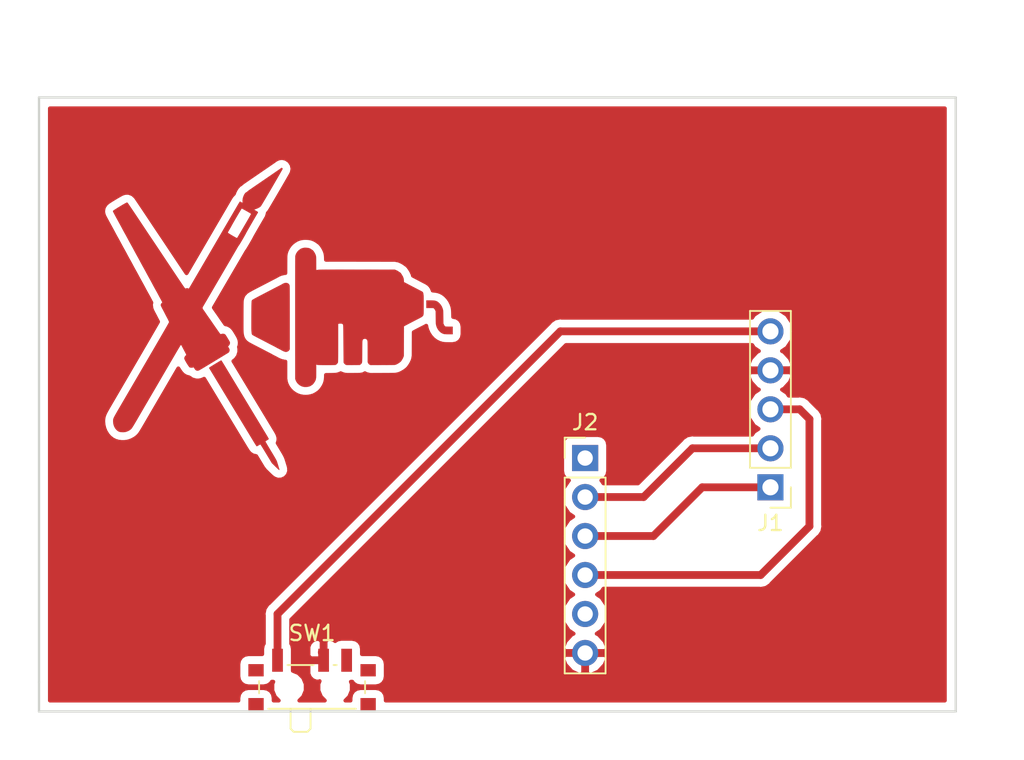
<source format=kicad_pcb>
(kicad_pcb (version 20171130) (host pcbnew "(5.0.1-3-g963ef8bb5)")

  (general
    (thickness 1.6)
    (drawings 5)
    (tracks 22)
    (zones 0)
    (modules 4)
    (nets 6)
  )

  (page A4)
  (layers
    (0 F.Cu signal)
    (31 B.Cu signal)
    (32 B.Adhes user)
    (33 F.Adhes user)
    (34 B.Paste user)
    (35 F.Paste user)
    (36 B.SilkS user)
    (37 F.SilkS user)
    (38 B.Mask user)
    (39 F.Mask user)
    (40 Dwgs.User user)
    (41 Cmts.User user)
    (42 Eco1.User user)
    (43 Eco2.User user)
    (44 Edge.Cuts user)
    (45 Margin user)
    (46 B.CrtYd user)
    (47 F.CrtYd user)
    (48 B.Fab user)
    (49 F.Fab user)
  )

  (setup
    (last_trace_width 0.508)
    (user_trace_width 0.254)
    (user_trace_width 0.508)
    (user_trace_width 0.762)
    (trace_clearance 0.2)
    (zone_clearance 0.508)
    (zone_45_only no)
    (trace_min 0.2)
    (segment_width 0.2)
    (edge_width 0.15)
    (via_size 0.8)
    (via_drill 0.4)
    (via_min_size 0.4)
    (via_min_drill 0.3)
    (uvia_size 0.3)
    (uvia_drill 0.1)
    (uvias_allowed no)
    (uvia_min_size 0.2)
    (uvia_min_drill 0.1)
    (pcb_text_width 0.3)
    (pcb_text_size 1.5 1.5)
    (mod_edge_width 0.15)
    (mod_text_size 1 1)
    (mod_text_width 0.15)
    (pad_size 1.7 1.7)
    (pad_drill 1.05)
    (pad_to_mask_clearance 0.051)
    (solder_mask_min_width 0.25)
    (aux_axis_origin 0 0)
    (visible_elements FFFFFF7F)
    (pcbplotparams
      (layerselection 0x010fc_ffffffff)
      (usegerberextensions false)
      (usegerberattributes false)
      (usegerberadvancedattributes false)
      (creategerberjobfile false)
      (excludeedgelayer true)
      (linewidth 0.100000)
      (plotframeref false)
      (viasonmask false)
      (mode 1)
      (useauxorigin false)
      (hpglpennumber 1)
      (hpglpenspeed 20)
      (hpglpendiameter 15.000000)
      (psnegative false)
      (psa4output false)
      (plotreference true)
      (plotvalue true)
      (plotinvisibletext false)
      (padsonsilk false)
      (subtractmaskfromsilk false)
      (outputformat 1)
      (mirror false)
      (drillshape 0)
      (scaleselection 1)
      (outputdirectory "gerbers/"))
  )

  (net 0 "")
  (net 1 "Net-(J1-Pad5)")
  (net 2 "Net-(J1-Pad4)")
  (net 3 "Net-(J1-Pad3)")
  (net 4 "Net-(J1-Pad2)")
  (net 5 "Net-(J1-Pad1)")

  (net_class Default "This is the default net class."
    (clearance 0.2)
    (trace_width 0.25)
    (via_dia 0.8)
    (via_drill 0.4)
    (uvia_dia 0.3)
    (uvia_drill 0.1)
    (add_net "Net-(J1-Pad1)")
    (add_net "Net-(J1-Pad2)")
    (add_net "Net-(J1-Pad3)")
    (add_net "Net-(J1-Pad4)")
    (add_net "Net-(J1-Pad5)")
  )

  (module stephen:stephenEmblemBiggerCopper (layer F.Cu) (tedit 5C5FB5A2) (tstamp 5C5FB769)
    (at 142.875 40.005 270)
    (fp_text reference G*** (at 0 0 270) (layer F.SilkS) hide
      (effects (font (size 1.524 1.524) (thickness 0.3)))
    )
    (fp_text value LOGO (at 0.75 0 270) (layer F.SilkS) hide
      (effects (font (size 1.524 1.524) (thickness 0.3)))
    )
    (fp_poly (pts (xy -9.937081 0.018987) (xy -9.902848 0.037178) (xy -9.850185 0.066271) (xy -9.780817 0.105259)
      (xy -9.696466 0.153138) (xy -9.598855 0.208905) (xy -9.489708 0.271555) (xy -9.370747 0.340083)
      (xy -9.243696 0.413485) (xy -9.110277 0.490757) (xy -8.972214 0.570894) (xy -8.83123 0.652892)
      (xy -8.689048 0.735747) (xy -8.54739 0.818454) (xy -8.407981 0.900009) (xy -8.272543 0.979407)
      (xy -8.142799 1.055644) (xy -8.020472 1.127716) (xy -7.907286 1.194619) (xy -7.804963 1.255347)
      (xy -7.715226 1.308898) (xy -7.639799 1.354265) (xy -7.580405 1.390445) (xy -7.538766 1.416434)
      (xy -7.516606 1.431227) (xy -7.514097 1.433253) (xy -7.474951 1.478811) (xy -7.433677 1.542301)
      (xy -7.394002 1.616938) (xy -7.359649 1.695938) (xy -7.341639 1.747373) (xy -7.325523 1.79575)
      (xy -7.310961 1.83358) (xy -7.300211 1.855231) (xy -7.297182 1.858204) (xy -7.28675 1.848916)
      (xy -7.267347 1.822028) (xy -7.24219 1.782221) (xy -7.225628 1.75401) (xy -7.189955 1.692819)
      (xy -7.163373 1.651328) (xy -7.143109 1.626778) (xy -7.126391 1.61641) (xy -7.110445 1.617466)
      (xy -7.09592 1.624972) (xy -7.063401 1.644931) (xy -7.013398 1.674844) (xy -6.94826 1.713355)
      (xy -6.870338 1.759107) (xy -6.781979 1.810743) (xy -6.685535 1.866907) (xy -6.583355 1.926242)
      (xy -6.477788 1.987392) (xy -6.371183 2.049) (xy -6.26589 2.109709) (xy -6.164259 2.168164)
      (xy -6.068639 2.223006) (xy -5.98138 2.27288) (xy -5.904831 2.316429) (xy -5.841342 2.352297)
      (xy -5.793262 2.379126) (xy -5.76294 2.395561) (xy -5.753139 2.400288) (xy -5.732618 2.409461)
      (xy -5.693631 2.429857) (xy -5.639453 2.459566) (xy -5.573358 2.496678) (xy -5.498622 2.539284)
      (xy -5.418519 2.585473) (xy -5.336324 2.633335) (xy -5.255312 2.680961) (xy -5.178758 2.72644)
      (xy -5.109937 2.767862) (xy -5.052124 2.803317) (xy -5.008593 2.830895) (xy -4.98262 2.848687)
      (xy -4.9784 2.85214) (xy -4.953457 2.871343) (xy -4.913121 2.898344) (xy -4.864232 2.928663)
      (xy -4.8387 2.943675) (xy -4.789154 2.972328) (xy -4.721281 3.011707) (xy -4.63868 3.059713)
      (xy -4.544951 3.114251) (xy -4.443691 3.173223) (xy -4.338501 3.234531) (xy -4.232979 3.296079)
      (xy -4.130724 3.35577) (xy -4.035336 3.411505) (xy -3.950412 3.461189) (xy -3.91795 3.480204)
      (xy -3.869508 3.508562) (xy -3.802184 3.547925) (xy -3.71826 3.596963) (xy -3.620016 3.654345)
      (xy -3.50973 3.718742) (xy -3.389684 3.788823) (xy -3.262157 3.863258) (xy -3.129429 3.940717)
      (xy -2.993781 4.019869) (xy -2.857492 4.099384) (xy -2.722842 4.177932) (xy -2.592111 4.254184)
      (xy -2.46758 4.326807) (xy -2.351528 4.394473) (xy -2.246235 4.455851) (xy -2.153982 4.509611)
      (xy -2.077048 4.554423) (xy -2.017713 4.588956) (xy -1.9812 4.610172) (xy -1.914698 4.648815)
      (xy -1.836365 4.69443) (xy -1.748918 4.745426) (xy -1.655077 4.800211) (xy -1.557561 4.857194)
      (xy -1.459088 4.914782) (xy -1.362378 4.971385) (xy -1.270148 5.025411) (xy -1.185119 5.075268)
      (xy -1.110008 5.119366) (xy -1.047534 5.156111) (xy -1.000416 5.183914) (xy -0.971373 5.201182)
      (xy -0.9652 5.204922) (xy -0.925217 5.225) (xy -0.888522 5.230936) (xy -0.849535 5.221649)
      (xy -0.802676 5.19606) (xy -0.75815 5.164888) (xy -0.710221 5.130279) (xy -0.649272 5.087413)
      (xy -0.583496 5.042003) (xy -0.52705 5.003753) (xy -0.460643 4.958714) (xy -0.383318 4.905439)
      (xy -0.304715 4.85061) (xy -0.23495 4.80125) (xy -0.163633 4.750739) (xy -0.08311 4.694411)
      (xy -0.003413 4.639246) (xy 0.0635 4.593531) (xy 0.133159 4.546096) (xy 0.213402 4.490993)
      (xy 0.294069 4.435221) (xy 0.36195 4.387918) (xy 0.430568 4.339947) (xy 0.505464 4.287758)
      (xy 0.577687 4.237578) (xy 0.638291 4.195633) (xy 0.639505 4.194796) (xy 0.691754 4.158175)
      (xy 0.73892 4.124077) (xy 0.775499 4.096545) (xy 0.794816 4.080725) (xy 0.812958 4.061989)
      (xy 0.818498 4.044854) (xy 0.812858 4.019212) (xy 0.806186 3.999753) (xy 0.788856 3.916577)
      (xy 0.796371 3.836724) (xy 0.811767 3.793217) (xy 0.82119 3.775013) (xy 0.8336 3.758018)
      (xy 0.851896 3.740078) (xy 0.878976 3.719037) (xy 0.917738 3.692739) (xy 0.971081 3.659029)
      (xy 1.041904 3.615751) (xy 1.087228 3.588373) (xy 1.169449 3.539108) (xy 1.233263 3.501762)
      (xy 1.281802 3.474793) (xy 1.318198 3.45666) (xy 1.345582 3.44582) (xy 1.367088 3.440731)
      (xy 1.385847 3.43985) (xy 1.388619 3.439986) (xy 1.459968 3.453423) (xy 1.525833 3.486685)
      (xy 1.572695 3.523859) (xy 1.624195 3.570386) (xy 1.70982 3.518743) (xy 1.760825 3.490156)
      (xy 1.8006 3.474169) (xy 1.837905 3.467714) (xy 1.857203 3.4671) (xy 1.930236 3.477128)
      (xy 1.988206 3.50691) (xy 2.008613 3.526124) (xy 2.012361 3.530447) (xy 2.016677 3.535915)
      (xy 2.022308 3.54375) (xy 2.030002 3.555174) (xy 2.040506 3.571409) (xy 2.054566 3.593678)
      (xy 2.072931 3.623204) (xy 2.096346 3.661208) (xy 2.125559 3.708912) (xy 2.161317 3.76754)
      (xy 2.204367 3.838313) (xy 2.255457 3.922454) (xy 2.315333 4.021184) (xy 2.384743 4.135727)
      (xy 2.464433 4.267305) (xy 2.55515 4.417139) (xy 2.657643 4.586453) (xy 2.75361 4.745)
      (xy 2.841473 4.890244) (xy 2.917046 5.015437) (xy 2.981249 5.122218) (xy 3.035002 5.212232)
      (xy 3.079226 5.287119) (xy 3.11484 5.348521) (xy 3.142764 5.398082) (xy 3.163919 5.437443)
      (xy 3.179225 5.468246) (xy 3.189601 5.492132) (xy 3.195967 5.510746) (xy 3.199245 5.525727)
      (xy 3.200353 5.538719) (xy 3.2004 5.54243) (xy 3.192981 5.606889) (xy 3.168752 5.660075)
      (xy 3.124753 5.706501) (xy 3.067195 5.745424) (xy 3.016232 5.777069) (xy 2.986143 5.801514)
      (xy 2.974532 5.821743) (xy 2.979003 5.840739) (xy 2.98453 5.848386) (xy 2.996542 5.877751)
      (xy 3.001859 5.922767) (xy 3.000745 5.974657) (xy 2.993464 6.024643) (xy 2.980279 6.06395)
      (xy 2.977918 6.068199) (xy 2.957332 6.090362) (xy 2.918296 6.121769) (xy 2.864888 6.15993)
      (xy 2.801187 6.202357) (xy 2.731269 6.246559) (xy 2.659213 6.290049) (xy 2.589097 6.330335)
      (xy 2.524999 6.36493) (xy 2.470996 6.391343) (xy 2.431166 6.407086) (xy 2.41768 6.410197)
      (xy 2.347282 6.407882) (xy 2.283379 6.382357) (xy 2.227539 6.337144) (xy 2.196804 6.309211)
      (xy 2.170518 6.290906) (xy 2.159 6.286763) (xy 2.142272 6.292476) (xy 2.107045 6.308477)
      (xy 2.057122 6.332904) (xy 1.996307 6.363891) (xy 1.928404 6.399575) (xy 1.92405 6.401899)
      (xy 1.848488 6.442106) (xy 1.772935 6.48205) (xy 1.703218 6.518669) (xy 1.645165 6.548899)
      (xy 1.609725 6.567091) (xy 1.565395 6.591302) (xy 1.531429 6.613165) (xy 1.513085 6.629154)
      (xy 1.5113 6.633117) (xy 1.521924 6.642842) (xy 1.552232 6.663755) (xy 1.599877 6.694404)
      (xy 1.662513 6.733335) (xy 1.737791 6.779095) (xy 1.823367 6.830231) (xy 1.916892 6.88529)
      (xy 1.946275 6.902429) (xy 2.047683 6.961485) (xy 2.147099 7.019441) (xy 2.241243 7.074378)
      (xy 2.326832 7.12438) (xy 2.400585 7.167529) (xy 2.459219 7.201908) (xy 2.499453 7.2256)
      (xy 2.5019 7.227048) (xy 2.534508 7.24625) (xy 2.586682 7.276839) (xy 2.656038 7.317424)
      (xy 2.74019 7.366613) (xy 2.836753 7.423016) (xy 2.943341 7.485242) (xy 3.057569 7.551899)
      (xy 3.177051 7.621597) (xy 3.299403 7.692944) (xy 3.42224 7.76455) (xy 3.543175 7.835022)
      (xy 3.659824 7.902971) (xy 3.769801 7.967004) (xy 3.870721 8.025731) (xy 3.960199 8.077762)
      (xy 4.035849 8.121703) (xy 4.05765 8.134353) (xy 4.127156 8.174739) (xy 4.211238 8.223704)
      (xy 4.302563 8.27697) (xy 4.393799 8.330263) (xy 4.4704 8.37508) (xy 4.560053 8.427568)
      (xy 4.661005 8.486641) (xy 4.764473 8.547162) (xy 4.861672 8.603994) (xy 4.9276 8.642522)
      (xy 5.013819 8.692897) (xy 5.113175 8.750952) (xy 5.216876 8.811549) (xy 5.316132 8.869552)
      (xy 5.3848 8.909682) (xy 5.473062 8.961206) (xy 5.571307 9.018458) (xy 5.671177 9.076573)
      (xy 5.764313 9.130687) (xy 5.829558 9.168523) (xy 6.014223 9.275564) (xy 6.178116 9.370749)
      (xy 6.322506 9.45484) (xy 6.448664 9.528601) (xy 6.557862 9.592795) (xy 6.651369 9.648184)
      (xy 6.730456 9.695533) (xy 6.796394 9.735604) (xy 6.850453 9.769161) (xy 6.893904 9.796966)
      (xy 6.928017 9.819782) (xy 6.954064 9.838373) (xy 6.973314 9.853501) (xy 6.980582 9.859819)
      (xy 7.050828 9.938398) (xy 7.112469 10.038295) (xy 7.163616 10.156332) (xy 7.172898 10.183283)
      (xy 7.189553 10.240255) (xy 7.199683 10.29427) (xy 7.204755 10.355523) (xy 7.206138 10.414)
      (xy 7.201812 10.525579) (xy 7.18537 10.619122) (xy 7.154675 10.699951) (xy 7.107588 10.773386)
      (xy 7.041972 10.844749) (xy 7.027799 10.857995) (xy 6.930067 10.931259) (xy 6.815971 10.988614)
      (xy 6.690229 11.028318) (xy 6.557558 11.048628) (xy 6.505345 11.050911) (xy 6.470339 11.051327)
      (xy 6.438874 11.051065) (xy 6.409183 11.049288) (xy 6.379501 11.045158) (xy 6.348061 11.037838)
      (xy 6.313097 11.026491) (xy 6.272842 11.010279) (xy 6.22553 10.988365) (xy 6.169396 10.959913)
      (xy 6.102673 10.924083) (xy 6.023594 10.880041) (xy 5.930394 10.826947) (xy 5.821307 10.763964)
      (xy 5.694565 10.690256) (xy 5.548403 10.604985) (xy 5.477948 10.563857) (xy 5.057699 10.318565)
      (xy 4.65885 10.085788) (xy 4.280874 9.865219) (xy 3.923241 9.656553) (xy 3.585426 9.459485)
      (xy 3.2669 9.273708) (xy 2.967136 9.098916) (xy 2.685607 8.934804) (xy 2.421785 8.781065)
      (xy 2.175142 8.637395) (xy 1.945151 8.503486) (xy 1.731285 8.379033) (xy 1.533016 8.263731)
      (xy 1.349817 8.157273) (xy 1.18116 8.059354) (xy 1.026517 7.969668) (xy 0.885362 7.887908)
      (xy 0.757166 7.813769) (xy 0.641402 7.746946) (xy 0.537543 7.687131) (xy 0.445061 7.63402)
      (xy 0.363428 7.587307) (xy 0.292118 7.546685) (xy 0.230603 7.51185) (xy 0.178354 7.482494)
      (xy 0.134846 7.458312) (xy 0.099549 7.438998) (xy 0.071938 7.424247) (xy 0.051483 7.413753)
      (xy 0.037658 7.407209) (xy 0.029936 7.40431) (xy 0.028551 7.4041) (xy 0.007346 7.409934)
      (xy -0.03207 7.426192) (xy -0.085678 7.451006) (xy -0.149462 7.482507) (xy -0.219403 7.518827)
      (xy -0.227837 7.523323) (xy -0.305192 7.564462) (xy -0.383207 7.605573) (xy -0.455985 7.643574)
      (xy -0.517627 7.675383) (xy -0.5588 7.696218) (xy -0.610747 7.722597) (xy -0.677195 7.757147)
      (xy -0.750389 7.795797) (xy -0.822577 7.834473) (xy -0.8382 7.842933) (xy -0.901661 7.876282)
      (xy -0.96102 7.905495) (xy -1.011038 7.928136) (xy -1.046477 7.941766) (xy -1.056041 7.94427)
      (xy -1.109347 7.942932) (xy -1.162501 7.9239) (xy -1.205192 7.891438) (xy -1.215262 7.878451)
      (xy -1.235967 7.856429) (xy -1.254031 7.8486) (xy -1.271022 7.854526) (xy -1.30607 7.87095)
      (xy -1.35514 7.895837) (xy -1.414198 7.927151) (xy -1.465296 7.955116) (xy -1.535666 7.993877)
      (xy -1.605137 8.031671) (xy -1.667809 8.065319) (xy -1.717779 8.091644) (xy -1.739281 8.102638)
      (xy -1.774734 8.121069) (xy -1.827739 8.149518) (xy -1.89374 8.185497) (xy -1.968182 8.226517)
      (xy -2.046511 8.270089) (xy -2.075831 8.286508) (xy -2.155526 8.330972) (xy -2.234058 8.374331)
      (xy -2.306602 8.413956) (xy -2.368335 8.447218) (xy -2.414434 8.471486) (xy -2.4257 8.477227)
      (xy -2.464063 8.497104) (xy -2.520133 8.526967) (xy -2.58945 8.564398) (xy -2.667553 8.606983)
      (xy -2.749983 8.652304) (xy -2.80035 8.680188) (xy -2.88677 8.728004) (xy -2.974827 8.776444)
      (xy -3.059227 8.822617) (xy -3.134678 8.86363) (xy -3.195887 8.896592) (xy -3.21945 8.909127)
      (xy -3.280444 8.941744) (xy -3.355791 8.982618) (xy -3.437734 9.027508) (xy -3.518513 9.072173)
      (xy -3.556 9.093073) (xy -3.636322 9.137632) (xy -3.724607 9.185998) (xy -3.812077 9.233398)
      (xy -3.889954 9.27506) (xy -3.91795 9.289836) (xy -3.991432 9.328922) (xy -4.077394 9.375462)
      (xy -4.166298 9.424249) (xy -4.248605 9.470072) (xy -4.2672 9.48055) (xy -4.346336 9.524803)
      (xy -4.434475 9.573333) (xy -4.522079 9.620931) (xy -4.59961 9.662389) (xy -4.61645 9.671263)
      (xy -4.687604 9.709051) (xy -4.772071 9.754604) (xy -4.861078 9.80315) (xy -4.945847 9.849917)
      (xy -4.9784 9.868064) (xy -5.058348 9.912421) (xy -5.151917 9.963732) (xy -5.250232 10.017167)
      (xy -5.344415 10.067891) (xy -5.3975 10.09621) (xy -5.476897 10.138664) (xy -5.558765 10.182963)
      (xy -5.636581 10.22554) (xy -5.70382 10.26283) (xy -5.74675 10.287113) (xy -5.810753 10.323204)
      (xy -5.887088 10.365262) (xy -5.965485 10.407673) (xy -6.02615 10.439846) (xy -6.081255 10.469036)
      (xy -6.153263 10.507671) (xy -6.236869 10.552874) (xy -6.326763 10.601771) (xy -6.417638 10.651486)
      (xy -6.47065 10.680635) (xy -6.60366 10.753723) (xy -6.72699 10.821083) (xy -6.839041 10.881863)
      (xy -6.93821 10.93521) (xy -7.022899 10.980271) (xy -7.091504 11.016193) (xy -7.142426 11.042124)
      (xy -7.174064 11.057209) (xy -7.184438 11.060894) (xy -7.203376 11.055781) (xy -7.21995 11.04951)
      (xy -7.23285 11.036107) (xy -7.256626 11.003559) (xy -7.289529 10.954762) (xy -7.32981 10.892611)
      (xy -7.375721 10.82) (xy -7.425512 10.739827) (xy -7.477435 10.654985) (xy -7.529741 10.56837)
      (xy -7.58068 10.482878) (xy -7.628505 10.401404) (xy -7.671465 10.326842) (xy -7.707813 10.26209)
      (xy -7.7358 10.210041) (xy -7.753675 10.173591) (xy -7.7597 10.155934) (xy -7.753066 10.124113)
      (xy -7.742157 10.106171) (xy -7.728622 10.096069) (xy -7.695786 10.073129) (xy -7.645489 10.03859)
      (xy -7.579572 9.993689) (xy -7.499878 9.939665) (xy -7.408247 9.877755) (xy -7.306521 9.809199)
      (xy -7.196541 9.735233) (xy -7.080148 9.657097) (xy -6.959184 9.576028) (xy -6.83549 9.493264)
      (xy -6.710907 9.410044) (xy -6.587277 9.327605) (xy -6.46644 9.247186) (xy -6.350238 9.170025)
      (xy -6.33014 9.1567) (xy -6.184429 9.0601) (xy -6.05764 8.97601) (xy -5.947513 8.902925)
      (xy -5.851789 8.839335) (xy -5.768208 8.783736) (xy -5.69451 8.734619) (xy -5.628436 8.690477)
      (xy -5.567726 8.649804) (xy -5.51012 8.611092) (xy -5.453359 8.572835) (xy -5.395182 8.533525)
      (xy -5.358942 8.509) (xy -5.221517 8.416255) (xy -5.065646 8.311599) (xy -4.894193 8.196943)
      (xy -4.710022 8.074198) (xy -4.515995 7.945277) (xy -4.314976 7.81209) (xy -4.312573 7.8105)
      (xy -4.247703 7.76752) (xy -4.167821 7.714493) (xy -4.075165 7.652911) (xy -3.971973 7.584269)
      (xy -3.860484 7.510057) (xy -3.742936 7.43177) (xy -3.621568 7.3509) (xy -3.498617 7.26894)
      (xy -3.376323 7.187383) (xy -3.256923 7.10772) (xy -3.142657 7.031447) (xy -3.035761 6.960054)
      (xy -2.938476 6.895035) (xy -2.853038 6.837883) (xy -2.781687 6.79009) (xy -2.726661 6.75315)
      (xy -2.690198 6.728554) (xy -2.68636 6.725948) (xy -2.638061 6.693232) (xy -2.574577 6.650403)
      (xy -2.501844 6.601458) (xy -2.425799 6.550393) (xy -2.36251 6.507983) (xy -2.291535 6.459496)
      (xy -2.232999 6.417522) (xy -2.189237 6.383852) (xy -2.162589 6.360274) (xy -2.15516 6.349233)
      (xy -2.15967 6.325994) (xy -2.167906 6.290043) (xy -2.171039 6.277241) (xy -2.177903 6.232902)
      (xy -2.171536 6.193419) (xy -2.163765 6.17194) (xy -2.152236 6.139778) (xy -2.147375 6.119185)
      (xy -2.147886 6.115982) (xy -2.159899 6.108441) (xy -2.19015 6.090318) (xy -2.234927 6.063812)
      (xy -2.290518 6.031124) (xy -2.3368 6.004034) (xy -2.693544 5.795628) (xy -3.028822 5.599788)
      (xy -3.343091 5.416247) (xy -3.636806 5.244739) (xy -3.910424 5.084999) (xy -4.164399 4.936761)
      (xy -4.399187 4.799759) (xy -4.615245 4.673728) (xy -4.813028 4.558401) (xy -4.992991 4.453513)
      (xy -5.155591 4.358798) (xy -5.301284 4.27399) (xy -5.430524 4.198824) (xy -5.543768 4.133033)
      (xy -5.641471 4.076353) (xy -5.72409 4.028516) (xy -5.7277 4.026428) (xy -5.812704 3.97716)
      (xy -5.911852 3.919502) (xy -6.017406 3.857966) (xy -6.121631 3.797063) (xy -6.216791 3.741303)
      (xy -6.22935 3.733928) (xy -6.34065 3.668597) (xy -6.461911 3.597492) (xy -6.590354 3.522237)
      (xy -6.7232 3.444458) (xy -6.857671 3.365778) (xy -6.990986 3.287821) (xy -7.120367 3.212213)
      (xy -7.243035 3.140578) (xy -7.35621 3.07454) (xy -7.457113 3.015723) (xy -7.542965 2.965751)
      (xy -7.610987 2.92625) (xy -7.635875 2.911839) (xy -7.697478 2.875415) (xy -7.750534 2.842506)
      (xy -7.791443 2.815471) (xy -7.816605 2.796668) (xy -7.822984 2.789239) (xy -7.816772 2.771197)
      (xy -7.800949 2.739465) (xy -7.7851 2.71145) (xy -7.764704 2.675167) (xy -7.369896 2.675167)
      (xy -7.358051 2.684475) (xy -7.326646 2.704967) (xy -7.278152 2.735189) (xy -7.215043 2.773687)
      (xy -7.139791 2.819007) (xy -7.054869 2.869697) (xy -6.96275 2.924303) (xy -6.865906 2.98137)
      (xy -6.766809 3.039446) (xy -6.667933 3.097077) (xy -6.571749 3.15281) (xy -6.480731 3.20519)
      (xy -6.397352 3.252764) (xy -6.324083 3.29408) (xy -6.263397 3.327682) (xy -6.223 3.349385)
      (xy -6.16102 3.382911) (xy -6.08777 3.42406) (xy -6.013523 3.466997) (xy -5.96265 3.497294)
      (xy -5.907912 3.529062) (xy -5.859136 3.554827) (xy -5.821293 3.572138) (xy -5.799356 3.578541)
      (xy -5.798111 3.578472) (xy -5.785058 3.569286) (xy -5.763957 3.543463) (xy -5.733987 3.499766)
      (xy -5.694328 3.436953) (xy -5.644156 3.353785) (xy -5.60334 3.284499) (xy -5.55148 3.195373)
      (xy -5.511569 3.125514) (xy -5.482392 3.072469) (xy -5.462733 3.033785) (xy -5.451378 3.007006)
      (xy -5.44711 2.989679) (xy -5.448715 2.97935) (xy -5.450826 2.976531) (xy -5.457098 2.971214)
      (xy -5.468338 2.963199) (xy -5.485872 2.951699) (xy -5.511028 2.935927) (xy -5.545132 2.915096)
      (xy -5.589511 2.888418) (xy -5.645494 2.855105) (xy -5.714406 2.814372) (xy -5.797574 2.76543)
      (xy -5.896326 2.707492) (xy -6.011989 2.63977) (xy -6.14589 2.561478) (xy -6.299356 2.471829)
      (xy -6.437122 2.391394) (xy -6.582991 2.306595) (xy -6.707556 2.234946) (xy -6.811137 2.176271)
      (xy -6.894054 2.130394) (xy -6.956626 2.097139) (xy -6.999175 2.076331) (xy -7.02202 2.067794)
      (xy -7.026139 2.068058) (xy -7.039358 2.085891) (xy -7.062015 2.121374) (xy -7.09212 2.170992)
      (xy -7.127684 2.23123) (xy -7.166715 2.298574) (xy -7.207224 2.369508) (xy -7.24722 2.440517)
      (xy -7.284713 2.508088) (xy -7.317714 2.568704) (xy -7.344231 2.618851) (xy -7.362275 2.655014)
      (xy -7.369856 2.673678) (xy -7.369896 2.675167) (xy -7.764704 2.675167) (xy -7.759216 2.665406)
      (xy -7.748702 2.636976) (xy -7.754651 2.622766) (xy -7.778154 2.619382) (xy -7.813675 2.622597)
      (xy -7.893328 2.625119) (xy -7.98034 2.615456) (xy -8.070435 2.595359) (xy -8.159336 2.566578)
      (xy -8.242763 2.53086) (xy -8.316439 2.489957) (xy -8.376086 2.445618) (xy -8.417426 2.399591)
      (xy -8.432477 2.369531) (xy -8.450154 2.334528) (xy -8.473536 2.308694) (xy -8.47498 2.307705)
      (xy -8.492353 2.290605) (xy -8.520085 2.256781) (xy -8.554655 2.210784) (xy -8.592544 2.157165)
      (xy -8.601014 2.14474) (xy -8.641646 2.084951) (xy -8.681637 2.026483) (xy -8.716599 1.975731)
      (xy -8.742141 1.939086) (xy -8.743792 1.93675) (xy -8.767453 1.902894) (xy -8.801347 1.853841)
      (xy -8.841462 1.795423) (xy -8.883785 1.733473) (xy -8.896701 1.7145) (xy -8.937253 1.655004)
      (xy -8.988144 1.580537) (xy -9.045301 1.497045) (xy -9.104654 1.410475) (xy -9.162132 1.326772)
      (xy -9.174969 1.3081) (xy -9.230261 1.227642) (xy -9.287328 1.14451) (xy -9.342398 1.064208)
      (xy -9.391695 0.99224) (xy -9.431447 0.934108) (xy -9.440566 0.92075) (xy -9.485814 0.854547)
      (xy -9.535187 0.782516) (xy -9.582186 0.714127) (xy -9.614851 0.66675) (xy -9.654906 0.608668)
      (xy -9.702789 0.539063) (xy -9.752001 0.467385) (xy -9.789436 0.41275) (xy -9.827748 0.356775)
      (xy -9.863326 0.304812) (xy -9.892431 0.262322) (xy -9.911323 0.234764) (xy -9.912555 0.232969)
      (xy -9.937827 0.197797) (xy -9.968765 0.156849) (xy -9.980187 0.142242) (xy -10.0034 0.10951)
      (xy -10.017884 0.082502) (xy -10.0203 0.073165) (xy -10.009737 0.047931) (xy -9.984812 0.024912)
      (xy -9.955677 0.012985) (xy -9.951163 0.012699) (xy -9.937081 0.018987)) (layer F.Cu) (width 0.01))
    (fp_poly (pts (xy 9.660713 0.224945) (xy 9.663094 0.236329) (xy 9.651217 0.258412) (xy 9.624314 0.292583)
      (xy 9.581616 0.340233) (xy 9.522355 0.402751) (xy 9.445762 0.481527) (xy 9.43894 0.488495)
      (xy 9.21953 0.712498) (xy 8.93094 0.887202) (xy 8.836918 0.944118) (xy 8.728274 1.00988)
      (xy 8.61212 1.080186) (xy 8.495563 1.150733) (xy 8.385715 1.217216) (xy 8.321675 1.255973)
      (xy 8.240557 1.305488) (xy 8.166981 1.351214) (xy 8.10364 1.39141) (xy 8.053229 1.424339)
      (xy 8.01844 1.448261) (xy 8.001967 1.461436) (xy 8.001 1.463031) (xy 8.007215 1.478906)
      (xy 8.023918 1.510942) (xy 8.048199 1.553723) (xy 8.064587 1.581294) (xy 8.091277 1.628256)
      (xy 8.110976 1.668329) (xy 8.121077 1.695893) (xy 8.121513 1.703927) (xy 8.109389 1.714465)
      (xy 8.078063 1.736345) (xy 8.030147 1.767893) (xy 7.968248 1.807434) (xy 7.894978 1.853295)
      (xy 7.812945 1.9038) (xy 7.7563 1.938242) (xy 7.692285 1.976973) (xy 7.625166 2.017576)
      (xy 7.553822 2.060727) (xy 7.47713 2.107106) (xy 7.393968 2.15739) (xy 7.303214 2.212258)
      (xy 7.203747 2.272388) (xy 7.094443 2.338458) (xy 6.974182 2.411145) (xy 6.841841 2.491129)
      (xy 6.696298 2.579088) (xy 6.536431 2.675698) (xy 6.361118 2.78164) (xy 6.169238 2.89759)
      (xy 5.959667 3.024227) (xy 5.731284 3.16223) (xy 5.482968 3.312276) (xy 5.3213 3.409963)
      (xy 5.164704 3.504585) (xy 5.001935 3.602938) (xy 4.836107 3.70314) (xy 4.670333 3.803309)
      (xy 4.507729 3.901563) (xy 4.351406 3.996022) (xy 4.20448 4.084804) (xy 4.070063 4.166026)
      (xy 3.95127 4.237809) (xy 3.85445 4.296314) (xy 3.74172 4.36445) (xy 3.630915 4.431453)
      (xy 3.524867 4.495608) (xy 3.426412 4.555199) (xy 3.338385 4.60851) (xy 3.263619 4.653824)
      (xy 3.20495 4.689425) (xy 3.165448 4.713454) (xy 3.112237 4.745733) (xy 3.067408 4.772606)
      (xy 3.035095 4.791618) (xy 3.019434 4.800314) (xy 3.01865 4.8006) (xy 3.006885 4.793763)
      (xy 2.994861 4.784725) (xy 2.983582 4.770237) (xy 2.96104 4.736704) (xy 2.928983 4.686892)
      (xy 2.889161 4.623568) (xy 2.843324 4.5495) (xy 2.793219 4.467456) (xy 2.768104 4.42595)
      (xy 2.703937 4.319752) (xy 2.651655 4.23329) (xy 2.610233 4.164419) (xy 2.578647 4.111001)
      (xy 2.555875 4.070892) (xy 2.540893 4.041951) (xy 2.532676 4.022037) (xy 2.530202 4.009008)
      (xy 2.532446 4.000723) (xy 2.538385 3.99504) (xy 2.546996 3.989818) (xy 2.556585 3.983435)
      (xy 2.576159 3.970161) (xy 2.614526 3.945682) (xy 2.668693 3.911852) (xy 2.735666 3.870522)
      (xy 2.812453 3.823546) (xy 2.89606 3.772778) (xy 2.931235 3.751526) (xy 2.985367 3.718854)
      (xy 3.059507 3.674084) (xy 3.15193 3.618259) (xy 3.260907 3.552422) (xy 3.384713 3.477618)
      (xy 3.52162 3.394889) (xy 3.669901 3.305279) (xy 3.827829 3.209833) (xy 3.993677 3.109593)
      (xy 4.16572 3.005603) (xy 4.342229 2.898907) (xy 4.521477 2.790548) (xy 4.6736 2.698582)
      (xy 4.994133 2.504803) (xy 5.298251 2.320959) (xy 5.58551 2.147317) (xy 5.855467 1.984145)
      (xy 6.107678 1.831712) (xy 6.341699 1.690285) (xy 6.557086 1.560133) (xy 6.753397 1.441523)
      (xy 6.930187 1.334724) (xy 7.087013 1.240004) (xy 7.223432 1.157631) (xy 7.339 1.087872)
      (xy 7.432188 1.031651) (xy 7.497597 0.99315) (xy 7.555794 0.960692) (xy 7.603119 0.93618)
      (xy 7.635914 0.921517) (xy 7.650048 0.918339) (xy 7.664294 0.931803) (xy 7.687216 0.962036)
      (xy 7.714942 1.003725) (xy 7.729625 1.027585) (xy 7.757757 1.072734) (xy 7.782324 1.108916)
      (xy 7.79971 1.130956) (xy 7.804717 1.13511) (xy 7.817868 1.129712) (xy 7.85071 1.112271)
      (xy 7.901239 1.083953) (xy 7.967451 1.045923) (xy 8.047342 0.999348) (xy 8.138907 0.945394)
      (xy 8.240143 0.885225) (xy 8.349045 0.820009) (xy 8.423694 0.775041) (xy 8.557878 0.694156)
      (xy 8.672409 0.625468) (xy 8.769269 0.56787) (xy 8.850442 0.520256) (xy 8.917912 0.48152)
      (xy 8.973662 0.450555) (xy 9.019676 0.426254) (xy 9.057936 0.407513) (xy 9.090428 0.393223)
      (xy 9.119134 0.38228) (xy 9.140392 0.375287) (xy 9.193935 0.358715) (xy 9.241496 0.343862)
      (xy 9.275477 0.333108) (xy 9.2837 0.330442) (xy 9.311201 0.321804) (xy 9.354349 0.308714)
      (xy 9.404403 0.293818) (xy 9.4107 0.291964) (xy 9.468849 0.274535) (xy 9.528644 0.256088)
      (xy 9.575704 0.241081) (xy 9.61625 0.22871) (xy 9.644842 0.222868) (xy 9.660713 0.224945)) (layer F.Cu) (width 0.01))
    (fp_poly (pts (xy 1.8542 -0.418156) (xy 1.90192 -0.382344) (xy 1.936542 -0.333664) (xy 1.942045 -0.322906)
      (xy 1.965043 -0.263712) (xy 1.972967 -0.206174) (xy 1.96536 -0.144608) (xy 1.941764 -0.073325)
      (xy 1.917619 -0.01905) (xy 1.893761 0.029962) (xy 1.873413 0.06983) (xy 1.859311 0.095294)
      (xy 1.854833 0.1016) (xy 1.846448 0.114714) (xy 1.829171 0.146326) (xy 1.805281 0.192122)
      (xy 1.777057 0.247786) (xy 1.767621 0.2667) (xy 1.737952 0.325659) (xy 1.711352 0.377156)
      (xy 1.690286 0.416516) (xy 1.677219 0.439065) (xy 1.675305 0.441759) (xy 1.664971 0.458471)
      (xy 1.645648 0.493373) (xy 1.619757 0.541963) (xy 1.589717 0.599739) (xy 1.577068 0.624442)
      (xy 1.536921 0.702817) (xy 1.491242 0.791398) (xy 1.445799 0.879031) (xy 1.40821 0.951033)
      (xy 1.311255 1.136572) (xy 1.207147 1.337086) (xy 1.099944 1.544757) (xy 1.077955 1.5875)
      (xy 1.040307 1.659823) (xy 0.998929 1.737847) (xy 0.958958 1.811959) (xy 0.926895 1.87012)
      (xy 0.910669 1.900539) (xy 0.89716 1.927237) (xy 0.884702 1.950454) (xy 0.871627 1.97043)
      (xy 0.85627 1.987404) (xy 0.836963 2.001613) (xy 0.81204 2.013299) (xy 0.779835 2.0227)
      (xy 0.738681 2.030054) (xy 0.686912 2.035602) (xy 0.62286 2.039583) (xy 0.54486 2.042235)
      (xy 0.451245 2.043798) (xy 0.340348 2.044511) (xy 0.210503 2.044612) (xy 0.060044 2.044342)
      (xy -0.112698 2.04394) (xy -0.282437 2.043668) (xy -0.484536 2.043358) (xy -0.662329 2.042848)
      (xy -0.816911 2.04212) (xy -0.949374 2.041159) (xy -1.060813 2.039947) (xy -1.152322 2.03847)
      (xy -1.224994 2.03671) (xy -1.279923 2.034651) (xy -1.318203 2.032277) (xy -1.340927 2.029572)
      (xy -1.347527 2.027793) (xy -1.380403 2.01012) (xy -1.401797 1.995274) (xy -1.419487 1.973601)
      (xy -1.447667 1.92955) (xy -1.486001 1.863718) (xy -1.53415 1.776703) (xy -1.591776 1.669103)
      (xy -1.658543 1.541517) (xy -1.664328 1.53035) (xy -1.705518 1.450836) (xy -1.749542 1.365932)
      (xy -1.79228 1.283576) (xy -1.829612 1.21171) (xy -1.845532 1.1811) (xy -1.883746 1.10764)
      (xy -1.926765 1.024898) (xy -1.968492 0.944603) (xy -1.994074 0.89535) (xy -2.0277 0.830651)
      (xy -2.06838 0.752469) (xy -2.111416 0.669833) (xy -2.152104 0.591775) (xy -2.159367 0.57785)
      (xy -2.199318 0.500938) (xy -2.242699 0.416872) (xy -2.284715 0.33498) (xy -2.320568 0.264589)
      (xy -2.325926 0.254) (xy -2.354811 0.197613) (xy -2.380536 0.148819) (xy -2.400485 0.112483)
      (xy -2.412042 0.093467) (xy -2.412715 0.092611) (xy -2.424431 0.071829) (xy -2.4257 0.065094)
      (xy -2.433792 0.049459) (xy -2.435225 0.048683) (xy -2.444954 0.035939) (xy -2.461909 0.006159)
      (xy -2.482692 -0.034623) (xy -2.486025 -0.041516) (xy -2.518738 -0.129362) (xy -2.528174 -0.209646)
      (xy -2.514423 -0.284771) (xy -2.496326 -0.32605) (xy -2.475648 -0.360807) (xy -2.453013 -0.386324)
      (xy -2.421195 -0.409048) (xy -2.3749 -0.43443) (xy -2.366421 -0.436631) (xy -2.349197 -0.438638)
      (xy -2.322205 -0.440458) (xy -2.284418 -0.4421) (xy -2.234811 -0.443571) (xy -2.172361 -0.44488)
      (xy -2.096042 -0.446035) (xy -2.004828 -0.447043) (xy -1.897695 -0.447912) (xy -1.773617 -0.448652)
      (xy -1.63157 -0.449269) (xy -1.470529 -0.449771) (xy -1.289468 -0.450167) (xy -1.087363 -0.450465)
      (xy -0.863188 -0.450673) (xy -0.615919 -0.450798) (xy -0.344531 -0.450848) (xy -0.27305 -0.45085)
      (xy 1.79705 -0.45085) (xy 1.8542 -0.418156)) (layer F.Cu) (width 0.01))
    (fp_poly (pts (xy -1.166478 -9.169145) (xy -1.125529 -9.169122) (xy -0.978313 -9.169016) (xy -0.854299 -9.168785)
      (xy -0.751289 -9.168351) (xy -0.667085 -9.167642) (xy -0.599488 -9.166581) (xy -0.546301 -9.165093)
      (xy -0.505326 -9.163104) (xy -0.474365 -9.160537) (xy -0.45122 -9.157319) (xy -0.433692 -9.153374)
      (xy -0.419583 -9.148627) (xy -0.410359 -9.144693) (xy -0.375935 -9.124677) (xy -0.343143 -9.095239)
      (xy -0.309673 -9.053247) (xy -0.273216 -8.995571) (xy -0.231463 -8.919079) (xy -0.203781 -8.8646)
      (xy -0.167935 -8.793305) (xy -0.125776 -8.710367) (xy -0.082831 -8.626614) (xy -0.048238 -8.5598)
      (xy -0.008451 -8.48342) (xy 0.036448 -8.397196) (xy 0.080584 -8.31241) (xy 0.113763 -8.24865)
      (xy 0.149629 -8.180026) (xy 0.187566 -8.107966) (xy 0.22289 -8.041337) (xy 0.249342 -7.991929)
      (xy 0.305636 -7.887607) (xy 1.267243 -7.883979) (xy 2.22885 -7.88035) (xy 2.3114 -7.850912)
      (xy 2.368583 -7.826626) (xy 2.429622 -7.794812) (xy 2.467373 -7.771537) (xy 2.505199 -7.746688)
      (xy 2.534881 -7.728804) (xy 2.550218 -7.721613) (xy 2.550454 -7.7216) (xy 2.563791 -7.713041)
      (xy 2.587742 -7.691474) (xy 2.616263 -7.663069) (xy 2.643312 -7.633993) (xy 2.662845 -7.610417)
      (xy 2.668652 -7.60095) (xy 2.677779 -7.584531) (xy 2.697065 -7.553978) (xy 2.720994 -7.517903)
      (xy 2.752311 -7.465974) (xy 2.782071 -7.407395) (xy 2.797194 -7.371853) (xy 2.803008 -7.356053)
      (xy 2.807981 -7.340477) (xy 2.812188 -7.323094) (xy 2.815701 -7.301868) (xy 2.818594 -7.274766)
      (xy 2.820941 -7.239756) (xy 2.822814 -7.194802) (xy 2.824289 -7.137872) (xy 2.825437 -7.066932)
      (xy 2.826332 -6.979948) (xy 2.827048 -6.874887) (xy 2.827659 -6.749715) (xy 2.828237 -6.602399)
      (xy 2.8286 -6.5024) (xy 2.83145 -5.70865) (xy 2.8032 -5.6515) (xy 2.779173 -5.612409)
      (xy 2.747537 -5.58345) (xy 2.705997 -5.559425) (xy 2.637045 -5.5245) (xy 1.963047 -5.52443)
      (xy 1.805603 -5.524162) (xy 1.664603 -5.523411) (xy 1.541406 -5.522201) (xy 1.437367 -5.520556)
      (xy 1.353845 -5.518501) (xy 1.292196 -5.51606) (xy 1.253777 -5.513258) (xy 1.242469 -5.511421)
      (xy 1.203128 -5.492638) (xy 1.164495 -5.46211) (xy 1.156744 -5.4539) (xy 1.131124 -5.419302)
      (xy 1.119778 -5.384789) (xy 1.1176 -5.347008) (xy 1.120028 -5.309237) (xy 1.126208 -5.282952)
      (xy 1.130507 -5.276722) (xy 1.138515 -5.262573) (xy 1.137156 -5.25862) (xy 1.140518 -5.243538)
      (xy 1.152824 -5.22938) (xy 1.165996 -5.218072) (xy 1.178902 -5.208452) (xy 1.193615 -5.200364)
      (xy 1.212208 -5.193651) (xy 1.236755 -5.188158) (xy 1.269329 -5.183729) (xy 1.312005 -5.180209)
      (xy 1.366855 -5.177442) (xy 1.435953 -5.175271) (xy 1.521372 -5.173542) (xy 1.625186 -5.172099)
      (xy 1.749469 -5.170785) (xy 1.896294 -5.169445) (xy 1.958063 -5.1689) (xy 2.111459 -5.167524)
      (xy 2.241501 -5.16626) (xy 2.350233 -5.165021) (xy 2.439699 -5.163717) (xy 2.511945 -5.162262)
      (xy 2.569015 -5.160567) (xy 2.612953 -5.158543) (xy 2.645805 -5.156102) (xy 2.669615 -5.153156)
      (xy 2.686427 -5.149618) (xy 2.698287 -5.145398) (xy 2.707238 -5.140408) (xy 2.712977 -5.136329)
      (xy 2.743093 -5.109738) (xy 2.776437 -5.074569) (xy 2.786914 -5.062143) (xy 2.82575 -5.014179)
      (xy 2.828976 -4.574015) (xy 2.829802 -4.456692) (xy 2.830284 -4.361989) (xy 2.830278 -4.287128)
      (xy 2.829639 -4.22933) (xy 2.828222 -4.185815) (xy 2.825884 -4.153807) (xy 2.822479 -4.130524)
      (xy 2.817864 -4.113189) (xy 2.811892 -4.099024) (xy 2.804421 -4.085248) (xy 2.803468 -4.083579)
      (xy 2.774972 -4.045422) (xy 2.736533 -4.007692) (xy 2.71978 -3.994679) (xy 2.664826 -3.95605)
      (xy 1.456238 -3.9497) (xy 1.24835 -3.948614) (xy 1.064359 -3.947612) (xy 0.902763 -3.946605)
      (xy 0.762059 -3.945505) (xy 0.640747 -3.944225) (xy 0.537323 -3.942676) (xy 0.450286 -3.94077)
      (xy 0.378133 -3.938418) (xy 0.319361 -3.935533) (xy 0.27247 -3.932026) (xy 0.235956 -3.92781)
      (xy 0.208318 -3.922795) (xy 0.188053 -3.916893) (xy 0.173659 -3.910018) (xy 0.163634 -3.902079)
      (xy 0.156476 -3.89299) (xy 0.150683 -3.882662) (xy 0.145664 -3.872754) (xy 0.134663 -3.836033)
      (xy 0.128546 -3.783965) (xy 0.127551 -3.726176) (xy 0.131915 -3.672291) (xy 0.139832 -3.637271)
      (xy 0.152665 -3.60045) (xy 1.387607 -3.60045) (xy 1.563245 -3.600351) (xy 1.732142 -3.600061)
      (xy 1.892506 -3.599596) (xy 2.042549 -3.598968) (xy 2.180478 -3.598192) (xy 2.304505 -3.597281)
      (xy 2.412837 -3.59625) (xy 2.503686 -3.595112) (xy 2.575259 -3.593882) (xy 2.625768 -3.592572)
      (xy 2.653421 -3.591198) (xy 2.657795 -3.590603) (xy 2.69595 -3.571702) (xy 2.739151 -3.53833)
      (xy 2.779447 -3.497836) (xy 2.808885 -3.457573) (xy 2.814991 -3.445283) (xy 2.819542 -3.421497)
      (xy 2.823455 -3.375574) (xy 2.826731 -3.310769) (xy 2.829371 -3.230337) (xy 2.831373 -3.137532)
      (xy 2.832738 -3.03561) (xy 2.833467 -2.927826) (xy 2.83356 -2.817433) (xy 2.833017 -2.707689)
      (xy 2.831838 -2.601846) (xy 2.830024 -2.503161) (xy 2.827574 -2.414888) (xy 2.824489 -2.340282)
      (xy 2.820769 -2.282598) (xy 2.816415 -2.245091) (xy 2.81491 -2.237968) (xy 2.79772 -2.1717)
      (xy 3.237692 -2.1717) (xy 3.366449 -2.17155) (xy 3.472872 -2.170826) (xy 3.560026 -2.169122)
      (xy 3.630975 -2.166033) (xy 3.688786 -2.161152) (xy 3.736522 -2.154072) (xy 3.77725 -2.144387)
      (xy 3.814034 -2.13169) (xy 3.84994 -2.115575) (xy 3.888032 -2.095636) (xy 3.912143 -2.082266)
      (xy 3.962252 -2.051241) (xy 4.012698 -2.014991) (xy 4.058946 -1.9774) (xy 4.09646 -1.942352)
      (xy 4.120703 -1.913733) (xy 4.1275 -1.897807) (xy 4.135505 -1.879765) (xy 4.155304 -1.853507)
      (xy 4.160796 -1.847382) (xy 4.196593 -1.79348) (xy 4.224568 -1.720698) (xy 4.244154 -1.634498)
      (xy 4.254781 -1.540341) (xy 4.255882 -1.44369) (xy 4.246888 -1.350007) (xy 4.227231 -1.264753)
      (xy 4.222798 -1.25152) (xy 4.182444 -1.161423) (xy 4.12793 -1.074844) (xy 4.063881 -0.997551)
      (xy 3.994925 -0.935314) (xy 3.942254 -0.901721) (xy 3.914658 -0.885965) (xy 3.898732 -0.873988)
      (xy 3.898458 -0.873644) (xy 3.88383 -0.865144) (xy 3.851987 -0.851534) (xy 3.809805 -0.835753)
      (xy 3.809558 -0.835666) (xy 3.72745 -0.806735) (xy -0.24765 -0.804633) (xy -0.618631 -0.804475)
      (xy -0.975432 -0.804398) (xy -1.317436 -0.804402) (xy -1.644024 -0.804484) (xy -1.954578 -0.804644)
      (xy -2.24848 -0.80488) (xy -2.525111 -0.80519) (xy -2.783854 -0.805573) (xy -3.024089 -0.806027)
      (xy -3.2452 -0.806551) (xy -3.446567 -0.807144) (xy -3.627572 -0.807803) (xy -3.787597 -0.808528)
      (xy -3.926024 -0.809317) (xy -4.042235 -0.810168) (xy -4.135611 -0.81108) (xy -4.205534 -0.812052)
      (xy -4.251385 -0.813082) (xy -4.272548 -0.814168) (xy -4.27355 -0.814335) (xy -4.316512 -0.825934)
      (xy -4.362533 -0.840829) (xy -4.404278 -0.856342) (xy -4.434411 -0.869792) (xy -4.445 -0.876946)
      (xy -4.459672 -0.887235) (xy -4.488206 -0.902456) (xy -4.497001 -0.906683) (xy -4.526553 -0.925062)
      (xy -4.56357 -0.954289) (xy -4.602968 -0.989486) (xy -4.639665 -1.025775) (xy -4.668577 -1.058279)
      (xy -4.684621 -1.08212) (xy -4.6863 -1.088335) (xy -4.694037 -1.103575) (xy -4.699 -1.1049)
      (xy -4.710493 -1.115086) (xy -4.7117 -1.122592) (xy -4.721918 -1.142335) (xy -4.730143 -1.14736)
      (xy -4.741967 -1.162002) (xy -4.757874 -1.195114) (xy -4.775148 -1.240693) (xy -4.782295 -1.262553)
      (xy -4.797156 -1.313005) (xy -4.806548 -1.355036) (xy -4.811381 -1.396895) (xy -4.812566 -1.446831)
      (xy -4.811014 -1.513094) (xy -4.810764 -1.520359) (xy -4.807541 -1.590004) (xy -4.802692 -1.641638)
      (xy -4.79493 -1.682646) (xy -4.782965 -1.720415) (xy -4.77059 -1.750759) (xy -4.747823 -1.797726)
      (xy -4.723275 -1.839766) (xy -4.704628 -1.864929) (xy -4.683926 -1.890685) (xy -4.673802 -1.910013)
      (xy -4.6736 -1.911751) (xy -4.662617 -1.93597) (xy -4.632534 -1.967367) (xy -4.587651 -2.003243)
      (xy -4.532267 -2.040898) (xy -4.470682 -2.07763) (xy -4.407196 -2.110738) (xy -4.34611 -2.137523)
      (xy -4.291721 -2.155284) (xy -4.28245 -2.157426) (xy -4.248258 -2.161715) (xy -4.190421 -2.165305)
      (xy -4.110685 -2.168147) (xy -4.010798 -2.170191) (xy -3.892506 -2.171387) (xy -3.782617 -2.1717)
      (xy -3.666366 -2.171766) (xy -3.573073 -2.172048) (xy -3.500297 -2.172673) (xy -3.445597 -2.173771)
      (xy -3.40653 -2.17547) (xy -3.380655 -2.177896) (xy -3.365531 -2.181179) (xy -3.358717 -2.185446)
      (xy -3.35777 -2.190825) (xy -3.358716 -2.193925) (xy -3.362577 -2.205448) (xy -3.366118 -2.219998)
      (xy -3.369351 -2.238636) (xy -3.372289 -2.262418) (xy -3.374943 -2.292403) (xy -3.377324 -2.32965)
      (xy -3.379444 -2.375217) (xy -3.381316 -2.430161) (xy -3.38295 -2.495542) (xy -3.384359 -2.572417)
      (xy -3.385554 -2.661845) (xy -3.386548 -2.764883) (xy -3.387352 -2.882591) (xy -3.387977 -3.016026)
      (xy -3.388436 -3.166246) (xy -3.38874 -3.334311) (xy -3.388901 -3.521277) (xy -3.388931 -3.728204)
      (xy -3.388841 -3.95615) (xy -3.388644 -4.206172) (xy -3.38835 -4.479329) (xy -3.387973 -4.77668)
      (xy -3.387914 -4.820363) (xy -3.38455 -7.29615) (xy -3.35037 -7.38141) (xy -3.323944 -7.438093)
      (xy -3.290568 -7.497424) (xy -3.264645 -7.536443) (xy -3.238705 -7.573027) (xy -3.220191 -7.601944)
      (xy -3.213101 -7.616949) (xy -3.2131 -7.616967) (xy -3.204548 -7.631617) (xy -3.183723 -7.655326)
      (xy -3.157874 -7.680901) (xy -3.13425 -7.701149) (xy -3.12045 -7.7089) (xy -3.106067 -7.715722)
      (xy -3.078022 -7.733373) (xy -3.051205 -7.75183) (xy -2.935094 -7.820567) (xy -2.813889 -7.86473)
      (xy -2.685671 -7.884947) (xy -2.639281 -7.88648) (xy -2.597097 -7.887923) (xy -2.573536 -7.893404)
      (xy -2.561886 -7.90515) (xy -2.558707 -7.913181) (xy -2.54977 -7.933796) (xy -2.53117 -7.971725)
      (xy -2.505423 -8.021993) (xy -2.475043 -8.079622) (xy -2.467255 -8.094156) (xy -2.427426 -8.168844)
      (xy -2.383142 -8.252834) (xy -2.34024 -8.33501) (xy -2.309439 -8.3947) (xy -2.273484 -8.464442)
      (xy -2.230862 -8.546358) (xy -2.186905 -8.630238) (xy -2.146956 -8.70585) (xy -2.110252 -8.775374)
      (xy -2.072691 -8.847265) (xy -2.038363 -8.913654) (xy -2.011356 -8.966672) (xy -2.008283 -8.972796)
      (xy -1.988388 -9.012975) (xy -1.970617 -9.047282) (xy -1.952892 -9.076178) (xy -1.933134 -9.100126)
      (xy -1.909265 -9.119587) (xy -1.879207 -9.135025) (xy -1.84088 -9.146902) (xy -1.792206 -9.155679)
      (xy -1.731106 -9.161819) (xy -1.655503 -9.165785) (xy -1.563317 -9.168038) (xy -1.45247 -9.169041)
      (xy -1.320883 -9.169256) (xy -1.166478 -9.169145)) (layer F.Cu) (width 0.01))
    (fp_poly (pts (xy 0.8255 -10.810369) (xy 0.824807 -10.707824) (xy 0.822585 -10.627026) (xy 0.818617 -10.564353)
      (xy 0.812686 -10.516185) (xy 0.805967 -10.484046) (xy 0.76423 -10.373176) (xy 0.700107 -10.271056)
      (xy 0.615689 -10.179647) (xy 0.513064 -10.100908) (xy 0.394322 -10.036797) (xy 0.28591 -9.996371)
      (xy 0.257251 -9.987944) (xy 0.230097 -9.981118) (xy 0.201293 -9.975664) (xy 0.167686 -9.971354)
      (xy 0.12612 -9.967961) (xy 0.073441 -9.965257) (xy 0.006494 -9.963016) (xy -0.077874 -9.961008)
      (xy -0.182819 -9.959007) (xy -0.24765 -9.957874) (xy -0.67945 -9.95045) (xy -0.751893 -9.914877)
      (xy -0.79665 -9.889227) (xy -0.836552 -9.860156) (xy -0.856668 -9.840877) (xy -0.868183 -9.826485)
      (xy -0.876577 -9.812071) (xy -0.882344 -9.793578) (xy -0.885976 -9.766948) (xy -0.887967 -9.728121)
      (xy -0.88881 -9.673039) (xy -0.888998 -9.597645) (xy -0.889 -9.574826) (xy -0.889 -9.3472)
      (xy -1.3843 -9.3472) (xy -1.3843 -9.592182) (xy -1.382616 -9.715071) (xy -1.376683 -9.816842)
      (xy -1.365182 -9.901606) (xy -1.346794 -9.973475) (xy -1.320198 -10.036562) (xy -1.284075 -10.094978)
      (xy -1.237106 -10.152836) (xy -1.187787 -10.204528) (xy -1.084862 -10.291859) (xy -0.969292 -10.360083)
      (xy -0.837047 -10.411545) (xy -0.825293 -10.415107) (xy -0.797707 -10.42283) (xy -0.77017 -10.429112)
      (xy -0.739556 -10.434165) (xy -0.702736 -10.438203) (xy -0.656585 -10.441437) (xy -0.597973 -10.44408)
      (xy -0.523776 -10.446345) (xy -0.430864 -10.448443) (xy -0.316111 -10.450589) (xy -0.29845 -10.450899)
      (xy 0.13335 -10.45845) (xy 0.20607 -10.494161) (xy 0.246924 -10.514871) (xy 0.277659 -10.534025)
      (xy 0.299715 -10.555499) (xy 0.314532 -10.58317) (xy 0.323549 -10.620917) (xy 0.328206 -10.672616)
      (xy 0.329943 -10.742146) (xy 0.3302 -10.828463) (xy 0.3302 -11.0617) (xy 0.8255 -11.0617)
      (xy 0.8255 -10.810369)) (layer F.Cu) (width 0.01))
  )

  (module Pin_Headers:Pin_Header_Straight_1x05_Pitch2.54mm (layer F.Cu) (tedit 5C5FB664) (tstamp 5C5F92B2)
    (at 174.625 50.8 180)
    (descr "Through hole straight pin header, 1x05, 2.54mm pitch, single row")
    (tags "Through hole pin header THT 1x05 2.54mm single row")
    (path /5C5F9234)
    (fp_text reference J1 (at 0 -2.33 180) (layer F.SilkS)
      (effects (font (size 1 1) (thickness 0.15)))
    )
    (fp_text value Conn_01x05_Female (at 0 12.49 180) (layer F.Fab)
      (effects (font (size 1 1) (thickness 0.15)))
    )
    (fp_text user %R (at 0 5.08 270) (layer F.Fab)
      (effects (font (size 1 1) (thickness 0.15)))
    )
    (fp_line (start 1.8 -1.8) (end -1.8 -1.8) (layer F.CrtYd) (width 0.05))
    (fp_line (start 1.8 11.95) (end 1.8 -1.8) (layer F.CrtYd) (width 0.05))
    (fp_line (start -1.8 11.95) (end 1.8 11.95) (layer F.CrtYd) (width 0.05))
    (fp_line (start -1.8 -1.8) (end -1.8 11.95) (layer F.CrtYd) (width 0.05))
    (fp_line (start -1.33 -1.33) (end 0 -1.33) (layer F.SilkS) (width 0.12))
    (fp_line (start -1.33 0) (end -1.33 -1.33) (layer F.SilkS) (width 0.12))
    (fp_line (start -1.33 1.27) (end 1.33 1.27) (layer F.SilkS) (width 0.12))
    (fp_line (start 1.33 1.27) (end 1.33 11.49) (layer F.SilkS) (width 0.12))
    (fp_line (start -1.33 1.27) (end -1.33 11.49) (layer F.SilkS) (width 0.12))
    (fp_line (start -1.33 11.49) (end 1.33 11.49) (layer F.SilkS) (width 0.12))
    (fp_line (start -1.27 -0.635) (end -0.635 -1.27) (layer F.Fab) (width 0.1))
    (fp_line (start -1.27 11.43) (end -1.27 -0.635) (layer F.Fab) (width 0.1))
    (fp_line (start 1.27 11.43) (end -1.27 11.43) (layer F.Fab) (width 0.1))
    (fp_line (start 1.27 -1.27) (end 1.27 11.43) (layer F.Fab) (width 0.1))
    (fp_line (start -0.635 -1.27) (end 1.27 -1.27) (layer F.Fab) (width 0.1))
    (pad 5 thru_hole oval (at 0 10.16 180) (size 1.7 1.7) (drill 1.05) (layers *.Cu *.Mask)
      (net 1 "Net-(J1-Pad5)"))
    (pad 4 thru_hole oval (at 0 7.62 180) (size 1.7 1.7) (drill 1.05) (layers *.Cu *.Mask)
      (net 2 "Net-(J1-Pad4)"))
    (pad 3 thru_hole oval (at 0 5.08 180) (size 1.7 1.7) (drill 1.05) (layers *.Cu *.Mask)
      (net 3 "Net-(J1-Pad3)"))
    (pad 2 thru_hole oval (at 0 2.54 180) (size 1.7 1.7) (drill 1.05) (layers *.Cu *.Mask)
      (net 4 "Net-(J1-Pad2)"))
    (pad 1 thru_hole rect (at 0 0 180) (size 1.7 1.7) (drill 1.05) (layers *.Cu *.Mask)
      (net 5 "Net-(J1-Pad1)"))
    (model ${KISYS3DMOD}/Pin_Headers.3dshapes/Pin_Header_Straight_1x05_Pitch2.54mm.wrl
      (at (xyz 0 0 0))
      (scale (xyz 1 1 1))
      (rotate (xyz 0 0 0))
    )
  )

  (module Pin_Headers:Pin_Header_Straight_1x06_Pitch2.54mm (layer F.Cu) (tedit 59650532) (tstamp 5C5F92CC)
    (at 162.56 48.895)
    (descr "Through hole straight pin header, 1x06, 2.54mm pitch, single row")
    (tags "Through hole pin header THT 1x06 2.54mm single row")
    (path /5C5F9093)
    (fp_text reference J2 (at 0 -2.33) (layer F.SilkS)
      (effects (font (size 1 1) (thickness 0.15)))
    )
    (fp_text value Conn_01x06_Female (at 0 15.03) (layer F.Fab)
      (effects (font (size 1 1) (thickness 0.15)))
    )
    (fp_text user %R (at 0 6.35 90) (layer F.Fab)
      (effects (font (size 1 1) (thickness 0.15)))
    )
    (fp_line (start 1.8 -1.8) (end -1.8 -1.8) (layer F.CrtYd) (width 0.05))
    (fp_line (start 1.8 14.5) (end 1.8 -1.8) (layer F.CrtYd) (width 0.05))
    (fp_line (start -1.8 14.5) (end 1.8 14.5) (layer F.CrtYd) (width 0.05))
    (fp_line (start -1.8 -1.8) (end -1.8 14.5) (layer F.CrtYd) (width 0.05))
    (fp_line (start -1.33 -1.33) (end 0 -1.33) (layer F.SilkS) (width 0.12))
    (fp_line (start -1.33 0) (end -1.33 -1.33) (layer F.SilkS) (width 0.12))
    (fp_line (start -1.33 1.27) (end 1.33 1.27) (layer F.SilkS) (width 0.12))
    (fp_line (start 1.33 1.27) (end 1.33 14.03) (layer F.SilkS) (width 0.12))
    (fp_line (start -1.33 1.27) (end -1.33 14.03) (layer F.SilkS) (width 0.12))
    (fp_line (start -1.33 14.03) (end 1.33 14.03) (layer F.SilkS) (width 0.12))
    (fp_line (start -1.27 -0.635) (end -0.635 -1.27) (layer F.Fab) (width 0.1))
    (fp_line (start -1.27 13.97) (end -1.27 -0.635) (layer F.Fab) (width 0.1))
    (fp_line (start 1.27 13.97) (end -1.27 13.97) (layer F.Fab) (width 0.1))
    (fp_line (start 1.27 -1.27) (end 1.27 13.97) (layer F.Fab) (width 0.1))
    (fp_line (start -0.635 -1.27) (end 1.27 -1.27) (layer F.Fab) (width 0.1))
    (pad 6 thru_hole oval (at 0 12.7) (size 1.7 1.7) (drill 1) (layers *.Cu *.Mask)
      (net 2 "Net-(J1-Pad4)"))
    (pad 5 thru_hole oval (at 0 10.16) (size 1.7 1.7) (drill 1) (layers *.Cu *.Mask))
    (pad 4 thru_hole oval (at 0 7.62) (size 1.7 1.7) (drill 1) (layers *.Cu *.Mask)
      (net 3 "Net-(J1-Pad3)"))
    (pad 3 thru_hole oval (at 0 5.08) (size 1.7 1.7) (drill 1) (layers *.Cu *.Mask)
      (net 5 "Net-(J1-Pad1)"))
    (pad 2 thru_hole oval (at 0 2.54) (size 1.7 1.7) (drill 1) (layers *.Cu *.Mask)
      (net 4 "Net-(J1-Pad2)"))
    (pad 1 thru_hole rect (at 0 0) (size 1.7 1.7) (drill 1) (layers *.Cu *.Mask))
    (model ${KISYS3DMOD}/Pin_Headers.3dshapes/Pin_Header_Straight_1x06_Pitch2.54mm.wrl
      (at (xyz 0 0 0))
      (scale (xyz 1 1 1))
      (rotate (xyz 0 0 0))
    )
  )

  (module Buttons_Switches_SMD:SW_SPDT_PCM12 (layer F.Cu) (tedit 58724DAF) (tstamp 5C5F952A)
    (at 144.78 63.5)
    (descr "Ultraminiature Surface Mount Slide Switch")
    (path /5C5F95ED)
    (attr smd)
    (fp_text reference SW1 (at 0 -3.2) (layer F.SilkS)
      (effects (font (size 1 1) (thickness 0.15)))
    )
    (fp_text value SW_SPDT (at 0 4.25) (layer F.Fab)
      (effects (font (size 1 1) (thickness 0.15)))
    )
    (fp_line (start 3.45 0.72) (end 3.45 -0.07) (layer F.SilkS) (width 0.12))
    (fp_line (start -3.45 -0.07) (end -3.45 0.72) (layer F.SilkS) (width 0.12))
    (fp_line (start -1.6 -1.12) (end 0.1 -1.12) (layer F.SilkS) (width 0.12))
    (fp_line (start -2.85 1.73) (end 2.85 1.73) (layer F.SilkS) (width 0.12))
    (fp_line (start -0.1 3.02) (end -0.1 1.73) (layer F.SilkS) (width 0.12))
    (fp_line (start -1.2 3.23) (end -0.3 3.23) (layer F.SilkS) (width 0.12))
    (fp_line (start -1.4 1.73) (end -1.4 3.02) (layer F.SilkS) (width 0.12))
    (fp_line (start -0.1 3.02) (end -0.3 3.23) (layer F.SilkS) (width 0.12))
    (fp_line (start -1.4 3.02) (end -1.2 3.23) (layer F.SilkS) (width 0.12))
    (fp_line (start -4.4 2.1) (end -4.4 -2.45) (layer F.CrtYd) (width 0.05))
    (fp_line (start -1.65 2.1) (end -4.4 2.1) (layer F.CrtYd) (width 0.05))
    (fp_line (start -1.65 3.4) (end -1.65 2.1) (layer F.CrtYd) (width 0.05))
    (fp_line (start 1.65 3.4) (end -1.65 3.4) (layer F.CrtYd) (width 0.05))
    (fp_line (start 1.65 2.1) (end 1.65 3.4) (layer F.CrtYd) (width 0.05))
    (fp_line (start 4.4 2.1) (end 1.65 2.1) (layer F.CrtYd) (width 0.05))
    (fp_line (start 4.4 -2.45) (end 4.4 2.1) (layer F.CrtYd) (width 0.05))
    (fp_line (start -4.4 -2.45) (end 4.4 -2.45) (layer F.CrtYd) (width 0.05))
    (fp_line (start 1.4 -1.12) (end 1.6 -1.12) (layer F.SilkS) (width 0.12))
    (fp_line (start 3.35 -1) (end -3.35 -1) (layer F.Fab) (width 0.1))
    (fp_line (start 3.35 1.6) (end 3.35 -1) (layer F.Fab) (width 0.1))
    (fp_line (start -3.35 1.6) (end 3.35 1.6) (layer F.Fab) (width 0.1))
    (fp_line (start -3.35 -1) (end -3.35 1.6) (layer F.Fab) (width 0.1))
    (fp_line (start -0.1 2.9) (end -0.1 1.6) (layer F.Fab) (width 0.1))
    (fp_line (start -0.15 2.95) (end -0.1 2.9) (layer F.Fab) (width 0.1))
    (fp_line (start -0.35 3.15) (end -0.15 2.95) (layer F.Fab) (width 0.1))
    (fp_line (start -1.2 3.15) (end -0.35 3.15) (layer F.Fab) (width 0.1))
    (fp_line (start -1.4 2.95) (end -1.2 3.15) (layer F.Fab) (width 0.1))
    (fp_line (start -1.4 1.65) (end -1.4 2.95) (layer F.Fab) (width 0.1))
    (fp_text user %R (at 0 -3.2) (layer F.Fab)
      (effects (font (size 1 1) (thickness 0.15)))
    )
    (pad "" smd rect (at -3.65 -0.78) (size 1 0.8) (layers F.Cu F.Paste F.Mask))
    (pad "" smd rect (at 3.65 -0.78) (size 1 0.8) (layers F.Cu F.Paste F.Mask))
    (pad "" smd rect (at 3.65 1.43) (size 1 0.8) (layers F.Cu F.Paste F.Mask))
    (pad "" smd rect (at -3.65 1.43) (size 1 0.8) (layers F.Cu F.Paste F.Mask))
    (pad 3 smd rect (at 2.25 -1.43) (size 0.7 1.5) (layers F.Cu F.Paste F.Mask))
    (pad 2 smd rect (at 0.75 -1.43) (size 0.7 1.5) (layers F.Cu F.Paste F.Mask)
      (net 2 "Net-(J1-Pad4)"))
    (pad 1 smd rect (at -2.25 -1.43) (size 0.7 1.5) (layers F.Cu F.Paste F.Mask)
      (net 1 "Net-(J1-Pad5)"))
    (pad "" np_thru_hole circle (at 1.5 0.33) (size 0.9 0.9) (drill 0.9) (layers *.Cu *.Mask))
    (pad "" np_thru_hole circle (at -1.5 0.33) (size 0.9 0.9) (drill 0.9) (layers *.Cu *.Mask))
    (model ${KISYS3DMOD}/Buttons_Switches_SMD.3dshapes/SW_SPDT_PCM12.wrl
      (at (xyz 0 0 0))
      (scale (xyz 1 1 1))
      (rotate (xyz 0 0 0))
    )
  )

  (gr_line (start 186.69 25.4) (end 127 25.4) (layer Edge.Cuts) (width 0.15))
  (gr_line (start 186.69 65.405) (end 186.69 25.4) (layer Edge.Cuts) (width 0.15))
  (gr_line (start 127 65.405) (end 186.69 65.405) (layer Edge.Cuts) (width 0.15))
  (gr_line (start 127 63.5) (end 127 65.405) (layer Edge.Cuts) (width 0.15))
  (gr_line (start 127 25.4) (end 127 63.5) (layer Edge.Cuts) (width 0.15))

  (segment (start 160.945 40.64) (end 142.53 59.055) (width 0.508) (layer F.Cu) (net 1))
  (segment (start 174.625 40.64) (end 160.945 40.64) (width 0.508) (layer F.Cu) (net 1))
  (segment (start 142.53 59.055) (end 142.53 62.07) (width 0.508) (layer F.Cu) (net 1))
  (segment (start 145.53 61.67) (end 145.415 61.555) (width 0.508) (layer F.Cu) (net 2))
  (segment (start 145.53 62.07) (end 145.53 61.67) (width 0.508) (layer F.Cu) (net 2))
  (segment (start 145.415 61.555) (end 145.455 61.555) (width 0.508) (layer F.Cu) (net 2))
  (segment (start 162.56 61.595) (end 171.45 61.595) (width 0.508) (layer F.Cu) (net 2))
  (segment (start 171.45 61.595) (end 179.705 53.34) (width 0.508) (layer F.Cu) (net 2))
  (segment (start 179.705 53.34) (end 179.705 45.085) (width 0.508) (layer F.Cu) (net 2))
  (segment (start 177.8 43.18) (end 174.625 43.18) (width 0.508) (layer F.Cu) (net 2))
  (segment (start 179.705 45.085) (end 177.8 43.18) (width 0.508) (layer F.Cu) (net 2))
  (segment (start 162.56 56.515) (end 173.99 56.515) (width 0.508) (layer F.Cu) (net 3))
  (segment (start 173.99 56.515) (end 177.165 53.34) (width 0.508) (layer F.Cu) (net 3))
  (segment (start 177.165 53.34) (end 177.165 46.355) (width 0.508) (layer F.Cu) (net 3))
  (segment (start 176.53 45.72) (end 174.625 45.72) (width 0.508) (layer F.Cu) (net 3))
  (segment (start 177.165 46.355) (end 176.53 45.72) (width 0.508) (layer F.Cu) (net 3))
  (segment (start 162.56 51.435) (end 166.37 51.435) (width 0.508) (layer F.Cu) (net 4))
  (segment (start 166.37 51.435) (end 169.545 48.26) (width 0.508) (layer F.Cu) (net 4))
  (segment (start 169.545 48.26) (end 174.625 48.26) (width 0.508) (layer F.Cu) (net 4))
  (segment (start 162.56 53.975) (end 167.005 53.975) (width 0.508) (layer F.Cu) (net 5))
  (segment (start 170.18 50.8) (end 174.625 50.8) (width 0.508) (layer F.Cu) (net 5))
  (segment (start 167.005 53.975) (end 170.18 50.8) (width 0.508) (layer F.Cu) (net 5))

  (zone (net 2) (net_name "Net-(J1-Pad4)") (layer F.Cu) (tstamp 5C5FA724) (hatch edge 0.508)
    (connect_pads (clearance 0.508))
    (min_thickness 0.254)
    (fill yes (arc_segments 16) (thermal_gap 0.508) (thermal_bridge_width 0.508))
    (polygon
      (pts
        (xy 124.46 67.945) (xy 191.135 67.945) (xy 191.135 19.05) (xy 124.46 19.05) (xy 124.46 68.58)
      )
    )
    (filled_polygon
      (pts
        (xy 185.98 64.695) (xy 149.57744 64.695) (xy 149.57744 64.53) (xy 149.528157 64.282235) (xy 149.387809 64.072191)
        (xy 149.177765 63.931843) (xy 148.93 63.88256) (xy 147.93 63.88256) (xy 147.682235 63.931843) (xy 147.472191 64.072191)
        (xy 147.331843 64.282235) (xy 147.28256 64.53) (xy 147.28256 64.695) (xy 146.949421 64.695) (xy 147.199818 64.444603)
        (xy 147.365 64.04582) (xy 147.365 63.61418) (xy 147.304218 63.46744) (xy 147.38 63.46744) (xy 147.39628 63.464202)
        (xy 147.472191 63.577809) (xy 147.682235 63.718157) (xy 147.93 63.76744) (xy 148.93 63.76744) (xy 149.177765 63.718157)
        (xy 149.387809 63.577809) (xy 149.528157 63.367765) (xy 149.57744 63.12) (xy 149.57744 62.32) (xy 149.528157 62.072235)
        (xy 149.447745 61.95189) (xy 161.118524 61.95189) (xy 161.288355 62.361924) (xy 161.678642 62.790183) (xy 162.203108 63.036486)
        (xy 162.433 62.915819) (xy 162.433 61.722) (xy 162.687 61.722) (xy 162.687 62.915819) (xy 162.916892 63.036486)
        (xy 163.441358 62.790183) (xy 163.831645 62.361924) (xy 164.001476 61.95189) (xy 163.880155 61.722) (xy 162.687 61.722)
        (xy 162.433 61.722) (xy 161.239845 61.722) (xy 161.118524 61.95189) (xy 149.447745 61.95189) (xy 149.387809 61.862191)
        (xy 149.177765 61.721843) (xy 148.93 61.67256) (xy 148.02744 61.67256) (xy 148.02744 61.32) (xy 147.978157 61.072235)
        (xy 147.837809 60.862191) (xy 147.627765 60.721843) (xy 147.38 60.67256) (xy 146.68 60.67256) (xy 146.432235 60.721843)
        (xy 146.280953 60.822927) (xy 146.239698 60.781673) (xy 146.006309 60.685) (xy 145.81575 60.685) (xy 145.657 60.84375)
        (xy 145.657 61.943) (xy 145.677 61.943) (xy 145.677 62.197) (xy 145.657 62.197) (xy 145.657 62.217)
        (xy 145.403 62.217) (xy 145.403 62.197) (xy 144.70375 62.197) (xy 144.545 62.35575) (xy 144.545 62.94631)
        (xy 144.641673 63.179699) (xy 144.820302 63.358327) (xy 145.053691 63.455) (xy 145.24425 63.455) (xy 145.272733 63.426517)
        (xy 145.195 63.61418) (xy 145.195 64.04582) (xy 145.360182 64.444603) (xy 145.610579 64.695) (xy 143.949421 64.695)
        (xy 144.199818 64.444603) (xy 144.365 64.04582) (xy 144.365 63.61418) (xy 144.199818 63.215397) (xy 143.894603 62.910182)
        (xy 143.52744 62.758097) (xy 143.52744 61.32) (xy 143.502316 61.19369) (xy 144.545 61.19369) (xy 144.545 61.78425)
        (xy 144.70375 61.943) (xy 145.403 61.943) (xy 145.403 60.84375) (xy 145.24425 60.685) (xy 145.053691 60.685)
        (xy 144.820302 60.781673) (xy 144.641673 60.960301) (xy 144.545 61.19369) (xy 143.502316 61.19369) (xy 143.478157 61.072235)
        (xy 143.419 60.983701) (xy 143.419 59.423235) (xy 151.407235 51.435) (xy 161.045908 51.435) (xy 161.161161 52.014418)
        (xy 161.489375 52.505625) (xy 161.787761 52.705) (xy 161.489375 52.904375) (xy 161.161161 53.395582) (xy 161.045908 53.975)
        (xy 161.161161 54.554418) (xy 161.489375 55.045625) (xy 161.787761 55.245) (xy 161.489375 55.444375) (xy 161.161161 55.935582)
        (xy 161.045908 56.515) (xy 161.161161 57.094418) (xy 161.489375 57.585625) (xy 161.787761 57.785) (xy 161.489375 57.984375)
        (xy 161.161161 58.475582) (xy 161.045908 59.055) (xy 161.161161 59.634418) (xy 161.489375 60.125625) (xy 161.808478 60.338843)
        (xy 161.678642 60.399817) (xy 161.288355 60.828076) (xy 161.118524 61.23811) (xy 161.239845 61.468) (xy 162.433 61.468)
        (xy 162.433 61.448) (xy 162.687 61.448) (xy 162.687 61.468) (xy 163.880155 61.468) (xy 164.001476 61.23811)
        (xy 163.831645 60.828076) (xy 163.441358 60.399817) (xy 163.311522 60.338843) (xy 163.630625 60.125625) (xy 163.958839 59.634418)
        (xy 164.074092 59.055) (xy 163.958839 58.475582) (xy 163.630625 57.984375) (xy 163.332239 57.785) (xy 163.630625 57.585625)
        (xy 163.751983 57.404) (xy 173.902445 57.404) (xy 173.99 57.421416) (xy 174.077555 57.404) (xy 174.077556 57.404)
        (xy 174.33687 57.352419) (xy 174.630933 57.155933) (xy 174.680531 57.081704) (xy 177.731707 54.030529) (xy 177.805933 53.980933)
        (xy 178.002419 53.68687) (xy 178.054 53.427556) (xy 178.054 53.427555) (xy 178.071416 53.340001) (xy 178.054 53.252446)
        (xy 178.054 46.442556) (xy 178.071416 46.355) (xy 178.002419 46.008129) (xy 177.86086 45.796272) (xy 177.805933 45.714067)
        (xy 177.731706 45.66447) (xy 177.220531 45.153296) (xy 177.170933 45.079067) (xy 176.87687 44.882581) (xy 176.617556 44.831)
        (xy 176.617555 44.831) (xy 176.53 44.813584) (xy 176.442445 44.831) (xy 175.816983 44.831) (xy 175.695625 44.649375)
        (xy 175.376522 44.436157) (xy 175.506358 44.375183) (xy 175.896645 43.946924) (xy 176.066476 43.53689) (xy 175.945155 43.307)
        (xy 174.752 43.307) (xy 174.752 43.327) (xy 174.498 43.327) (xy 174.498 43.307) (xy 173.304845 43.307)
        (xy 173.183524 43.53689) (xy 173.353355 43.946924) (xy 173.743642 44.375183) (xy 173.873478 44.436157) (xy 173.554375 44.649375)
        (xy 173.226161 45.140582) (xy 173.110908 45.72) (xy 173.226161 46.299418) (xy 173.554375 46.790625) (xy 173.852761 46.99)
        (xy 173.554375 47.189375) (xy 173.433017 47.371) (xy 169.632554 47.371) (xy 169.544999 47.353584) (xy 169.457444 47.371)
        (xy 169.19813 47.422581) (xy 168.904067 47.619067) (xy 168.854471 47.693293) (xy 166.001765 50.546) (xy 163.751983 50.546)
        (xy 163.630625 50.364375) (xy 163.612381 50.352184) (xy 163.657765 50.343157) (xy 163.867809 50.202809) (xy 164.008157 49.992765)
        (xy 164.05744 49.745) (xy 164.05744 48.045) (xy 164.008157 47.797235) (xy 163.867809 47.587191) (xy 163.657765 47.446843)
        (xy 163.41 47.39756) (xy 161.71 47.39756) (xy 161.462235 47.446843) (xy 161.252191 47.587191) (xy 161.111843 47.797235)
        (xy 161.06256 48.045) (xy 161.06256 49.745) (xy 161.111843 49.992765) (xy 161.252191 50.202809) (xy 161.462235 50.343157)
        (xy 161.507619 50.352184) (xy 161.489375 50.364375) (xy 161.161161 50.855582) (xy 161.045908 51.435) (xy 151.407235 51.435)
        (xy 161.313236 41.529) (xy 173.433017 41.529) (xy 173.554375 41.710625) (xy 173.873478 41.923843) (xy 173.743642 41.984817)
        (xy 173.353355 42.413076) (xy 173.183524 42.82311) (xy 173.304845 43.053) (xy 174.498 43.053) (xy 174.498 43.033)
        (xy 174.752 43.033) (xy 174.752 43.053) (xy 175.945155 43.053) (xy 176.066476 42.82311) (xy 175.896645 42.413076)
        (xy 175.506358 41.984817) (xy 175.376522 41.923843) (xy 175.695625 41.710625) (xy 176.023839 41.219418) (xy 176.139092 40.64)
        (xy 176.023839 40.060582) (xy 175.695625 39.569375) (xy 175.204418 39.241161) (xy 174.771256 39.155) (xy 174.478744 39.155)
        (xy 174.045582 39.241161) (xy 173.554375 39.569375) (xy 173.433017 39.751) (xy 161.032555 39.751) (xy 160.945 39.733584)
        (xy 160.857445 39.751) (xy 160.857444 39.751) (xy 160.59813 39.802581) (xy 160.304067 39.999067) (xy 160.254471 40.073293)
        (xy 141.963296 58.364469) (xy 141.889067 58.414067) (xy 141.692581 58.708131) (xy 141.641 58.967444) (xy 141.623584 59.055)
        (xy 141.641 59.142555) (xy 141.641001 60.9837) (xy 141.581843 61.072235) (xy 141.53256 61.32) (xy 141.53256 61.67256)
        (xy 140.63 61.67256) (xy 140.382235 61.721843) (xy 140.172191 61.862191) (xy 140.031843 62.072235) (xy 139.98256 62.32)
        (xy 139.98256 63.12) (xy 140.031843 63.367765) (xy 140.172191 63.577809) (xy 140.382235 63.718157) (xy 140.63 63.76744)
        (xy 141.63 63.76744) (xy 141.877765 63.718157) (xy 142.087809 63.577809) (xy 142.16372 63.464202) (xy 142.18 63.46744)
        (xy 142.255782 63.46744) (xy 142.195 63.61418) (xy 142.195 64.04582) (xy 142.360182 64.444603) (xy 142.610579 64.695)
        (xy 142.27744 64.695) (xy 142.27744 64.53) (xy 142.228157 64.282235) (xy 142.087809 64.072191) (xy 141.877765 63.931843)
        (xy 141.63 63.88256) (xy 140.63 63.88256) (xy 140.382235 63.931843) (xy 140.172191 64.072191) (xy 140.031843 64.282235)
        (xy 139.98256 64.53) (xy 139.98256 64.695) (xy 127.71 64.695) (xy 127.71 32.78769) (xy 131.174951 32.78769)
        (xy 131.179715 32.820319) (xy 131.179526 32.821449) (xy 131.180484 32.82559) (xy 131.182391 32.838654) (xy 131.178663 32.86434)
        (xy 131.181319 32.874803) (xy 131.179424 32.902893) (xy 131.201188 32.96741) (xy 131.211024 33.034786) (xy 131.214709 33.04516)
        (xy 131.231858 33.073922) (xy 131.240097 33.106381) (xy 131.255182 33.138018) (xy 131.260261 33.144822) (xy 131.262564 33.152994)
        (xy 131.288495 33.203916) (xy 131.290783 33.20682) (xy 131.291827 33.21037) (xy 131.32775 33.278975) (xy 131.329104 33.280654)
        (xy 131.329728 33.282724) (xy 131.37479 33.367413) (xy 131.37573 33.368563) (xy 131.376166 33.369986) (xy 131.429513 33.469155)
        (xy 131.430234 33.470028) (xy 131.43057 33.471113) (xy 131.49135 33.583164) (xy 131.491952 33.583889) (xy 131.492234 33.584788)
        (xy 131.559594 33.708118) (xy 131.560129 33.708758) (xy 131.560379 33.709549) (xy 131.633467 33.842559) (xy 131.633525 33.842628)
        (xy 131.633553 33.842716) (xy 131.662421 33.895218) (xy 131.71124 33.984455) (xy 131.759644 34.073442) (xy 131.803811 34.155132)
        (xy 131.841234 34.224882) (xy 131.869601 34.278433) (xy 131.869702 34.278557) (xy 131.869747 34.278707) (xy 131.901919 34.339372)
        (xy 131.903623 34.341462) (xy 131.904418 34.344036) (xy 131.946829 34.422434) (xy 131.948431 34.424366) (xy 131.949189 34.426756)
        (xy 131.991247 34.503091) (xy 131.993317 34.505549) (xy 131.99432 34.508605) (xy 132.030412 34.572608) (xy 132.030692 34.572934)
        (xy 132.030828 34.573346) (xy 132.053804 34.613965) (xy 132.088826 34.677116) (xy 132.129819 34.752035) (xy 132.172742 34.83136)
        (xy 132.214406 34.90928) (xy 132.242434 34.961819) (xy 132.243254 34.962819) (xy 132.243633 34.964056) (xy 132.294357 35.058239)
        (xy 132.29515 35.059199) (xy 132.29552 35.060389) (xy 132.348955 35.158705) (xy 132.349738 35.159645) (xy 132.350105 35.160811)
        (xy 132.401416 35.25438) (xy 132.402452 35.255615) (xy 132.402944 35.25715) (xy 132.447302 35.337098) (xy 132.447726 35.337598)
        (xy 132.447928 35.338225) (xy 132.465297 35.369382) (xy 132.510779 35.451821) (xy 132.55782 35.538069) (xy 132.601698 35.619431)
        (xy 132.638055 35.687891) (xy 132.646414 35.703753) (xy 132.647658 35.705287) (xy 132.648232 35.707179) (xy 132.68969 35.78471)
        (xy 132.69107 35.786391) (xy 132.691715 35.788466) (xy 132.739313 35.87607) (xy 132.740481 35.877474) (xy 132.741033 35.879214)
        (xy 132.789563 35.967353) (xy 132.790942 35.968991) (xy 132.791603 35.971031) (xy 132.835856 36.050167) (xy 132.836545 36.050975)
        (xy 132.836876 36.051984) (xy 132.846588 36.06922) (xy 132.890577 36.148232) (xy 132.937567 36.23386) (xy 132.982133 36.316175)
        (xy 133.019751 36.386899) (xy 133.033937 36.413777) (xy 133.035088 36.415195) (xy 133.035619 36.416942) (xy 133.077281 36.494819)
        (xy 133.078391 36.496171) (xy 133.07891 36.497846) (xy 133.12631 36.585315) (xy 133.127263 36.586463) (xy 133.127712 36.587889)
        (xy 133.176078 36.676174) (xy 133.177189 36.6775) (xy 133.177717 36.679147) (xy 133.222276 36.759469) (xy 133.222723 36.759997)
        (xy 133.222935 36.760653) (xy 133.243202 36.797004) (xy 133.286739 36.875742) (xy 133.3304 36.955441) (xy 133.369769 37.028013)
        (xy 133.401135 37.086668) (xy 133.413385 37.109693) (xy 133.414433 37.110975) (xy 133.414919 37.11256) (xy 133.447881 37.173769)
        (xy 133.448693 37.174752) (xy 133.449072 37.175971) (xy 133.490085 37.251422) (xy 133.490648 37.252098) (xy 133.490912 37.252939)
        (xy 133.537086 37.337339) (xy 133.537572 37.33792) (xy 133.537801 37.338643) (xy 133.586241 37.4267) (xy 133.586755 37.427311)
        (xy 133.586999 37.428075) (xy 133.634815 37.514495) (xy 133.634867 37.514557) (xy 133.634891 37.514631) (xy 133.66222 37.563995)
        (xy 133.706569 37.644655) (xy 133.748141 37.720901) (xy 133.784024 37.787352) (xy 133.811308 37.838579) (xy 133.828543 37.871843)
        (xy 133.833284 37.881147) (xy 133.835964 37.884546) (xy 133.837194 37.888695) (xy 133.861462 37.934795) (xy 133.863439 37.937235)
        (xy 133.864361 37.940239) (xy 133.897623 38.001972) (xy 133.898814 38.003413) (xy 133.899372 38.005195) (xy 133.938997 38.077739)
        (xy 133.939945 38.078873) (xy 133.940393 38.080281) (xy 133.983752 38.158813) (xy 133.984686 38.159919) (xy 133.985131 38.161298)
        (xy 134.029595 38.240993) (xy 134.029929 38.241385) (xy 134.030087 38.241872) (xy 134.046171 38.270596) (xy 134.088609 38.346885)
        (xy 134.128272 38.418867) (xy 134.162542 38.481732) (xy 134.188002 38.529168) (xy 134.203573 38.55912) (xy 134.213522 38.578578)
        (xy 134.215991 38.581701) (xy 134.217125 38.585521) (xy 134.24345 38.63549) (xy 134.245062 38.637478) (xy 134.24581 38.639928)
        (xy 134.279458 38.7026) (xy 134.280602 38.703989) (xy 134.281138 38.705709) (xy 134.316137 38.770042) (xy 134.314591 38.780449)
        (xy 134.29227 38.879594) (xy 134.290932 38.9329) (xy 134.306238 39.021398) (xy 134.311598 39.111057) (xy 134.314102 39.120621)
        (xy 134.328533 39.150312) (xy 134.333488 39.178962) (xy 134.334586 39.180698) (xy 134.335891 39.188264) (xy 134.349521 39.223703)
        (xy 134.359555 39.239583) (xy 134.363815 39.257883) (xy 134.386457 39.307901) (xy 134.392568 39.316436) (xy 134.395278 39.326581)
        (xy 134.424491 39.38594) (xy 134.429736 39.392787) (xy 134.432181 39.401056) (xy 134.46553 39.464517) (xy 134.468083 39.467673)
        (xy 134.469283 39.471553) (xy 134.477055 39.485906) (xy 134.51419 39.555218) (xy 134.550985 39.6249) (xy 134.583128 39.686718)
        (xy 134.608101 39.735897) (xy 134.628569 39.776343) (xy 134.630162 39.778375) (xy 134.630876 39.780859) (xy 134.662685 39.842501)
        (xy 134.663665 39.843731) (xy 134.664107 39.84524) (xy 134.702108 39.918018) (xy 134.702879 39.918976) (xy 134.70323 39.920158)
        (xy 134.744341 39.998172) (xy 134.745121 39.999134) (xy 134.745478 40.000319) (xy 134.75289 40.014257) (xy 134.732036 40.050865)
        (xy 134.685989 40.131337) (xy 134.633271 40.223136) (xy 134.573717 40.326542) (xy 134.506947 40.442214) (xy 134.433285 40.569585)
        (xy 134.351701 40.710436) (xy 134.262166 40.864819) (xy 134.262165 40.86482) (xy 134.164373 41.03326) (xy 134.058021 41.216277)
        (xy 134.05802 41.216278) (xy 133.94281 41.414389) (xy 133.942808 41.414391) (xy 133.818433 41.628125) (xy 133.818431 41.628127)
        (xy 133.684586 41.858008) (xy 133.540973 42.104553) (xy 133.387234 42.368375) (xy 133.387233 42.368379) (xy 133.22321 42.649755)
        (xy 133.223209 42.649756) (xy 133.048451 42.949461) (xy 132.862703 43.267938) (xy 132.66566 43.605709) (xy 132.457017 43.963304)
        (xy 132.457015 43.963306) (xy 132.236446 44.341282) (xy 132.236445 44.341285) (xy 132.003702 44.740076) (xy 132.003701 44.740077)
        (xy 131.758426 45.160298) (xy 131.758425 45.160299) (xy 131.717296 45.230754) (xy 131.717268 45.230836) (xy 131.717213 45.230898)
        (xy 131.631942 45.37706) (xy 131.631796 45.377483) (xy 131.631499 45.37782) (xy 131.557791 45.504562) (xy 131.557459 45.50553)
        (xy 131.556783 45.506301) (xy 131.4938 45.615388) (xy 131.493194 45.617173) (xy 131.491958 45.618599) (xy 131.438865 45.711799)
        (xy 131.437869 45.714789) (xy 131.435826 45.717193) (xy 131.391785 45.796272) (xy 131.390251 45.80103) (xy 131.387071 45.80489)
        (xy 131.351241 45.871613) (xy 131.348989 45.878985) (xy 131.344228 45.885051) (xy 131.315776 45.941185) (xy 131.312678 45.95226)
        (xy 131.305905 45.961547) (xy 131.28399 46.008859) (xy 131.280103 46.024923) (xy 131.271057 46.038754) (xy 131.254845 46.079009)
        (xy 131.250694 46.101006) (xy 131.239764 46.120539) (xy 131.228417 46.155503) (xy 131.22519 46.18285) (xy 131.213834 46.207935)
        (xy 131.206514 46.239375) (xy 131.205565 46.268641) (xy 131.195949 46.2963) (xy 131.191819 46.325982) (xy 131.193295 46.351357)
        (xy 131.186855 46.375948) (xy 131.185078 46.405639) (xy 131.187352 46.422189) (xy 131.183957 46.438545) (xy 131.183695 46.47001)
        (xy 131.184925 46.476475) (xy 131.183718 46.482944) (xy 131.184134 46.51795) (xy 131.186273 46.528075) (xy 131.1847 46.538302)
        (xy 131.186983 46.590515) (xy 131.195295 46.624475) (xy 131.193742 46.659404) (xy 131.214052 46.792076) (xy 131.230968 46.838669)
        (xy 131.236384 46.887935) (xy 131.276088 47.013678) (xy 131.300865 47.058797) (xy 131.314569 47.108418) (xy 131.371924 47.222514)
        (xy 131.406998 47.267507) (xy 131.431653 47.31895) (xy 131.504917 47.416682) (xy 131.530972 47.440055) (xy 131.549424 47.469798)
        (xy 131.56267 47.48397) (xy 131.582596 47.498281) (xy 131.597071 47.518093) (xy 131.668434 47.583709) (xy 131.716023 47.612698)
        (xy 131.756159 47.651346) (xy 131.829594 47.698434) (xy 131.891485 47.722712) (xy 131.947839 47.757986) (xy 132.028668 47.788681)
        (xy 132.088513 47.798743) (xy 132.145084 47.820707) (xy 132.238627 47.837149) (xy 132.282219 47.836174) (xy 132.324626 47.846332)
        (xy 132.436206 47.850658) (xy 132.456196 47.847481) (xy 132.476132 47.850959) (xy 132.534609 47.849576) (xy 132.553281 47.845401)
        (xy 132.572291 47.847572) (xy 132.633544 47.8425) (xy 132.665479 47.833353) (xy 132.698699 47.833717) (xy 132.752715 47.823587)
        (xy 132.782432 47.811658) (xy 132.814324 47.808842) (xy 132.871297 47.792187) (xy 132.884909 47.785087) (xy 132.900121 47.783016)
        (xy 132.927073 47.773734) (xy 132.948679 47.761132) (xy 132.973127 47.755856) (xy 133.091164 47.704709) (xy 133.129313 47.678315)
        (xy 133.172783 47.662126) (xy 133.27268 47.600485) (xy 133.31425 47.56182) (xy 133.363143 47.532968) (xy 133.441722 47.462722)
        (xy 133.466113 47.4303) (xy 133.498194 47.405461) (xy 133.504512 47.398193) (xy 133.512492 47.384231) (xy 133.524705 47.373768)
        (xy 133.539833 47.354518) (xy 133.546622 47.341144) (xy 133.557549 47.330871) (xy 133.57614 47.304824) (xy 133.580203 47.295812)
        (xy 133.587197 47.288824) (xy 133.610013 47.25471) (xy 133.612539 47.24862) (xy 133.617108 47.243866) (xy 133.644913 47.200415)
        (xy 133.646541 47.196254) (xy 133.649595 47.192988) (xy 133.683151 47.138929) (xy 133.684235 47.136041) (xy 133.686323 47.133766)
        (xy 133.726394 47.067827) (xy 133.727132 47.065803) (xy 133.728578 47.064206) (xy 133.775927 46.98512) (xy 133.776441 46.983681)
        (xy 133.777461 46.982544) (xy 133.83285 46.889037) (xy 133.833211 46.888013) (xy 133.833931 46.887204) (xy 133.898125 46.778006)
        (xy 133.89838 46.777274) (xy 133.898895 46.776693) (xy 133.972657 46.650535) (xy 133.972839 46.650008) (xy 133.973206 46.649593)
        (xy 134.057297 46.505203) (xy 134.057424 46.504833) (xy 134.057685 46.504537) (xy 134.15287 46.340643) (xy 134.152959 46.340382)
        (xy 134.15314 46.340177) (xy 134.260181 46.155513) (xy 134.260182 46.155511) (xy 134.297688 46.090835) (xy 134.351802 45.997699)
        (xy 134.409501 45.898545) (xy 134.409502 45.898543) (xy 134.466754 45.800297) (xy 134.466755 45.800295) (xy 134.518033 45.712454)
        (xy 134.558008 45.644052) (xy 134.55801 45.644045) (xy 134.558015 45.64404) (xy 134.616018 45.544784) (xy 134.616021 45.544776)
        (xy 134.616026 45.54477) (xy 134.676623 45.441069) (xy 134.676625 45.441062) (xy 134.676631 45.441056) (xy 134.734686 45.3417)
        (xy 134.734689 45.341691) (xy 134.734697 45.341682) (xy 134.785072 45.255462) (xy 134.823569 45.189587) (xy 134.880328 45.092512)
        (xy 134.940736 44.989237) (xy 134.940738 44.989235) (xy 134.999811 44.888283) (xy 134.999812 44.888281) (xy 135.052227 44.798752)
        (xy 135.052258 44.798663) (xy 135.05232 44.798593) (xy 135.097137 44.721993) (xy 135.097212 44.721776) (xy 135.097366 44.721602)
        (xy 135.150659 44.630365) (xy 135.150727 44.630167) (xy 135.150867 44.630009) (xy 135.204133 44.538684) (xy 135.204205 44.538474)
        (xy 135.204351 44.538309) (xy 135.253316 44.454227) (xy 135.253419 44.453927) (xy 135.25363 44.453688) (xy 135.294016 44.384182)
        (xy 135.294079 44.383998) (xy 135.294207 44.383853) (xy 135.306857 44.362052) (xy 135.350655 44.286649) (xy 135.350655 44.286648)
        (xy 135.40253 44.197439) (xy 135.402531 44.197436) (xy 135.461155 44.096694) (xy 135.525044 43.986963) (xy 135.525046 43.986961)
        (xy 135.592995 43.870312) (xy 135.663415 43.749467) (xy 135.663416 43.749463) (xy 135.734922 43.626798) (xy 135.734924 43.626796)
        (xy 135.806271 43.504444) (xy 135.806272 43.504442) (xy 135.875919 43.385047) (xy 135.942526 43.270905) (xy 136.004615 43.164551)
        (xy 136.004617 43.164549) (xy 136.06102 43.067986) (xy 136.070907 43.051072) (xy 136.080507 43.066979) (xy 136.085055 43.071966)
        (xy 136.087479 43.078264) (xy 136.131681 43.148181) (xy 136.137019 43.153797) (xy 136.139975 43.160962) (xy 136.182402 43.224663)
        (xy 136.189944 43.232227) (xy 136.194338 43.241961) (xy 136.232499 43.295369) (xy 136.246009 43.308057) (xy 136.254587 43.324487)
        (xy 136.285994 43.363523) (xy 136.304672 43.379158) (xy 136.305521 43.38081) (xy 136.323859 43.396367) (xy 136.34908 43.431256)
        (xy 136.371244 43.451842) (xy 136.384783 43.460183) (xy 136.390807 43.467976) (xy 136.444524 43.498731) (xy 136.495945 43.542354)
        (xy 136.500194 43.544715) (xy 136.545727 43.559342) (xy 136.583847 43.582828) (xy 136.594358 43.584519) (xy 136.607516 43.592052)
        (xy 136.646823 43.605237) (xy 136.703887 43.61254) (xy 136.758108 43.631781) (xy 136.769589 43.633453) (xy 136.774681 43.638279)
        (xy 136.863958 43.694527) (xy 136.949605 43.756165) (xy 137.002791 43.780395) (xy 137.099926 43.803252) (xy 137.194932 43.833784)
        (xy 137.259392 43.841203) (xy 137.300311 43.83785) (xy 137.340675 43.845349) (xy 137.344386 43.845302) (xy 137.367344 43.840432)
        (xy 137.390665 43.843038) (xy 137.403657 43.84193) (xy 137.444043 43.830255) (xy 137.486075 43.829453) (xy 137.501056 43.826175)
        (xy 137.53483 43.811425) (xy 137.571357 43.806531) (xy 137.589971 43.800166) (xy 137.612456 43.787116) (xy 137.637862 43.781609)
        (xy 137.661748 43.771233) (xy 137.675455 43.761731) (xy 137.691548 43.757367) (xy 137.722351 43.742062) (xy 137.73059 43.7357)
        (xy 137.740544 43.732656) (xy 137.750712 43.727191) (xy 137.772279 43.762802) (xy 137.77228 43.762805) (xy 137.831798 43.861138)
        (xy 137.831799 43.86114) (xy 137.895889 43.96708) (xy 137.962824 44.077773) (xy 137.962825 44.077775) (xy 138.030924 44.190443)
        (xy 138.030924 44.190444) (xy 138.089429 44.287264) (xy 138.08943 44.287265) (xy 138.161208 44.40605) (xy 138.161209 44.406052)
        (xy 138.242431 44.540469) (xy 138.242432 44.54047) (xy 138.242433 44.540473) (xy 138.331214 44.687395) (xy 138.331214 44.687396)
        (xy 138.425671 44.843716) (xy 138.425672 44.843718) (xy 138.523924 45.006319) (xy 138.523925 45.006321) (xy 138.624094 45.172094)
        (xy 138.624095 45.172095) (xy 138.724296 45.337922) (xy 138.822648 45.500689) (xy 138.917269 45.657284) (xy 138.91727 45.657285)
        (xy 139.014957 45.818954) (xy 139.014959 45.818956) (xy 139.014959 45.818957) (xy 139.165005 46.067273) (xy 139.165007 46.067275)
        (xy 139.165007 46.067276) (xy 139.30301 46.295659) (xy 139.303012 46.295661) (xy 139.303012 46.295662) (xy 139.429649 46.505233)
        (xy 139.429652 46.505239) (xy 139.545603 46.697119) (xy 139.545605 46.697122) (xy 139.545607 46.697126) (xy 139.651549 46.872439)
        (xy 139.651551 46.872441) (xy 139.651552 46.872444) (xy 139.748162 47.032311) (xy 139.748168 47.032317) (xy 139.748171 47.032326)
        (xy 139.836129 47.177868) (xy 139.836133 47.177873) (xy 139.836136 47.17788) (xy 139.91612 47.310221) (xy 139.916125 47.310227)
        (xy 139.916128 47.310234) (xy 139.988815 47.430495) (xy 139.988823 47.430504) (xy 139.988827 47.430515) (xy 140.054897 47.539819)
        (xy 140.054907 47.53983) (xy 140.054912 47.539844) (xy 140.115042 47.639311) (xy 140.115051 47.639321) (xy 140.115056 47.639334)
        (xy 140.169924 47.730088) (xy 140.169937 47.730102) (xy 140.169942 47.730116) (xy 140.220225 47.813278) (xy 140.220241 47.813295)
        (xy 140.220248 47.813315) (xy 140.266627 47.890007) (xy 140.266641 47.890022) (xy 140.266648 47.890042) (xy 140.309799 47.961387)
        (xy 140.309818 47.961408) (xy 140.309826 47.96143) (xy 140.350429 48.02855) (xy 140.350443 48.028565) (xy 140.35045 48.028585)
        (xy 140.389181 48.0926) (xy 140.389665 48.093129) (xy 140.38991 48.093801) (xy 140.424352 48.150446) (xy 140.425576 48.151779)
        (xy 140.426207 48.153479) (xy 140.476713 48.235512) (xy 140.478353 48.237279) (xy 140.47921 48.239535) (xy 140.525071 48.312805)
        (xy 140.527127 48.314987) (xy 140.528218 48.317783) (xy 140.56776 48.379682) (xy 140.570873 48.382926) (xy 140.572565 48.387091)
        (xy 140.604113 48.435007) (xy 140.610382 48.441362) (xy 140.613968 48.449537) (xy 140.635848 48.480863) (xy 140.660527 48.504543)
        (xy 140.677497 48.534239) (xy 140.688035 48.546363) (xy 140.719696 48.57088) (xy 140.743713 48.602919) (xy 140.794254 48.632861)
        (xy 140.81603 48.653756) (xy 140.837576 48.662164) (xy 140.885473 48.699254) (xy 140.908179 48.705446) (xy 140.909904 48.706705)
        (xy 140.925129 48.710395) (xy 140.958557 48.730199) (xy 141.042826 48.742258) (xy 141.048661 48.744535) (xy 141.051323 48.74448)
        (xy 141.126392 48.764951) (xy 141.135493 48.763794) (xy 141.176738 48.831942) (xy 141.176744 48.831949) (xy 141.176746 48.831954)
        (xy 141.247293 48.948511) (xy 141.247296 48.948515) (xy 141.247299 48.948522) (xy 141.317604 49.064675) (xy 141.317606 49.064678)
        (xy 141.317608 49.064682) (xy 141.383371 49.173326) (xy 141.383377 49.173333) (xy 141.383382 49.173346) (xy 141.440298 49.267368)
        (xy 141.440303 49.267373) (xy 141.440304 49.267377) (xy 141.615008 49.555967) (xy 141.669287 49.615328) (xy 141.714665 49.681741)
        (xy 141.938668 49.901151) (xy 141.938731 49.901192) (xy 141.938773 49.901254) (xy 141.945741 49.908076) (xy 141.946686 49.908693)
        (xy 141.947327 49.909624) (xy 142.026103 49.986216) (xy 142.029573 49.988465) (xy 142.031962 49.991841) (xy 142.09448 50.051102)
        (xy 142.102192 50.055962) (xy 142.107664 50.063253) (xy 142.155314 50.105952) (xy 142.173093 50.116472) (xy 142.186517 50.132169)
        (xy 142.220688 50.159072) (xy 142.266719 50.182489) (xy 142.288355 50.203704) (xy 142.299087 50.208026) (xy 142.313438 50.219866)
        (xy 142.335521 50.231743) (xy 142.405884 50.253286) (xy 142.443258 50.272299) (xy 142.462381 50.273792) (xy 142.519991 50.296994)
        (xy 142.547751 50.296721) (xy 142.574295 50.304848) (xy 142.671767 50.295502) (xy 142.769694 50.294539) (xy 142.781078 50.292158)
        (xy 142.797915 50.284989) (xy 142.816176 50.283778) (xy 142.821507 50.281144) (xy 142.822871 50.281013) (xy 142.837514 50.273235)
        (xy 142.912246 50.236309) (xy 143.010834 50.194332) (xy 143.023646 50.181265) (xy 143.040054 50.173158) (xy 143.110647 50.092537)
        (xy 143.185665 50.016029) (xy 143.192501 49.999054) (xy 143.204558 49.985285) (xy 143.238927 49.883779) (xy 143.278954 49.784393)
        (xy 143.278865 49.775378) (xy 143.280475 49.771434) (xy 143.280422 49.761229) (xy 143.284644 49.74876) (xy 143.286721 49.732889)
        (xy 143.279726 49.627417) (xy 143.279177 49.521723) (xy 143.273335 49.49313) (xy 143.27035 49.486028) (xy 143.270197 49.483722)
        (xy 143.26473 49.472659) (xy 143.261479 49.464923) (xy 143.258431 49.434479) (xy 143.24606 49.393933) (xy 143.244126 49.390329)
        (xy 143.243667 49.386261) (xy 143.22959 49.342121) (xy 143.21277 49.2876) (xy 143.19658 49.233583) (xy 143.195125 49.228642)
        (xy 143.194683 49.227799) (xy 143.194595 49.226852) (xy 143.179699 49.176798) (xy 143.178892 49.175269) (xy 143.178723 49.173551)
        (xy 143.165633 49.130403) (xy 143.164129 49.127589) (xy 143.163785 49.124417) (xy 143.155147 49.096915) (xy 143.15371 49.094288)
        (xy 143.15336 49.091318) (xy 143.151365 49.085162) (xy 143.141702 49.054631) (xy 143.127484 49.009103) (xy 143.111099 48.956163)
        (xy 143.108361 48.951108) (xy 143.107664 48.945402) (xy 143.10067 48.924144) (xy 143.093259 48.911023) (xy 143.090741 48.896163)
        (xy 143.079798 48.867457) (xy 143.071143 48.853669) (xy 143.067622 48.837774) (xy 143.053332 48.805281) (xy 143.045665 48.794328)
        (xy 143.042239 48.781403) (xy 143.023498 48.743144) (xy 143.017497 48.73528) (xy 143.014672 48.725798) (xy 142.990371 48.679784)
        (xy 142.986036 48.674448) (xy 142.983936 48.667906) (xy 142.952971 48.612156) (xy 142.949985 48.608635) (xy 142.948511 48.604257)
        (xy 142.909775 48.536787) (xy 142.907778 48.534498) (xy 142.906782 48.53163) (xy 142.859168 48.450458) (xy 142.85787 48.448999)
        (xy 142.857219 48.447158) (xy 142.799621 48.350297) (xy 142.798804 48.349389) (xy 142.798392 48.348239) (xy 142.729704 48.233709)
        (xy 142.729212 48.233166) (xy 142.728963 48.232476) (xy 142.648078 48.098292) (xy 142.60369 48.024606) (xy 142.539398 47.917247)
        (xy 142.536397 47.912197) (xy 142.554618 47.883188) (xy 142.564987 47.822102) (xy 142.587269 47.764289) (xy 142.585678 47.700198)
        (xy 142.596406 47.636994) (xy 142.589101 47.605011) (xy 142.582608 47.576523) (xy 142.581072 47.514651) (xy 142.577894 47.500517)
        (xy 142.551957 47.442048) (xy 142.537743 47.379685) (xy 142.52308 47.34689) (xy 142.512296 47.331681) (xy 142.507115 47.31377)
        (xy 142.482603 47.266446) (xy 142.476338 47.258607) (xy 142.473253 47.249055) (xy 142.440795 47.190859) (xy 142.435888 47.185093)
        (xy 142.433395 47.177947) (xy 142.394894 47.112538) (xy 142.392543 47.109902) (xy 142.391343 47.106579) (xy 142.335122 47.013391)
        (xy 142.335073 47.013337) (xy 142.335047 47.013266) (xy 142.265288 46.897698) (xy 142.265254 46.897661) (xy 142.265238 46.897616)
        (xy 142.182865 46.761197) (xy 142.18284 46.76117) (xy 142.182827 46.761133) (xy 142.088107 46.604307) (xy 142.088087 46.604285)
        (xy 142.088078 46.60426) (xy 141.981279 46.427469) (xy 141.981263 46.427452) (xy 141.981256 46.427432) (xy 141.862646 46.231121)
        (xy 141.862634 46.231108) (xy 141.862628 46.231091) (xy 141.732476 46.015703) (xy 141.732465 46.015691) (xy 141.73246 46.015677)
        (xy 141.591033 45.781657) (xy 141.591026 45.781649) (xy 141.591021 45.781636) (xy 141.438588 45.529425) (xy 141.438579 45.529415)
        (xy 141.438575 45.529404) (xy 141.275403 45.259448) (xy 141.275397 45.259442) (xy 141.275393 45.25943) (xy 141.101751 44.972172)
        (xy 141.101745 44.972166) (xy 141.101742 44.972157) (xy 140.917898 44.668039) (xy 140.917892 44.668033) (xy 140.917889 44.668024)
        (xy 140.72411 44.347491) (xy 140.724109 44.34749) (xy 140.632145 44.195369) (xy 140.632144 44.195368) (xy 140.523793 44.016133)
        (xy 140.523792 44.016132) (xy 140.417117 43.839657) (xy 140.417116 43.839655) (xy 140.313126 43.667613) (xy 140.212894 43.501778)
        (xy 140.11747 43.343887) (xy 140.117469 43.343883) (xy 140.027858 43.195602) (xy 140.027857 43.195601) (xy 139.945143 43.058717)
        (xy 139.945142 43.058716) (xy 139.870355 42.934938) (xy 139.870354 42.934937) (xy 139.804534 42.825988) (xy 139.748738 42.733613)
        (xy 139.704007 42.659537) (xy 139.671407 42.605524) (xy 139.671307 42.605414) (xy 139.671257 42.605276) (xy 139.655891 42.579842)
        (xy 139.667484 42.572342) (xy 139.671798 42.568154) (xy 139.677339 42.565835) (xy 139.688763 42.558142) (xy 139.695742 42.551112)
        (xy 139.704759 42.547011) (xy 139.712595 42.541379) (xy 139.722579 42.53069) (xy 139.73561 42.52404) (xy 139.741078 42.519724)
        (xy 139.750794 42.508334) (xy 139.763798 42.500924) (xy 139.768121 42.497176) (xy 139.779251 42.48284) (xy 139.782106 42.481254)
        (xy 139.792324 42.468382) (xy 139.81484 42.452336) (xy 139.834054 42.431929) (xy 139.873048 42.369586) (xy 139.883044 42.358884)
        (xy 139.886446 42.349807) (xy 139.892123 42.342656) (xy 139.90314 42.32974) (xy 139.903668 42.32811) (xy 139.937359 42.285667)
        (xy 139.967141 42.227697) (xy 139.99673 42.124108) (xy 140.031923 42.022296) (xy 140.041951 41.949263) (xy 140.038711 41.895238)
        (xy 140.047576 41.841851) (xy 140.046962 41.822553) (xy 140.03679 41.778746) (xy 140.037915 41.733785) (xy 140.03146 41.69648)
        (xy 140.018534 41.662924) (xy 140.050521 41.583416) (xy 140.063958 41.512067) (xy 140.063639 41.480765) (xy 140.06606 41.474267)
        (xy 140.065537 41.459754) (xy 140.074245 41.424981) (xy 140.074381 41.422209) (xy 140.069825 41.391511) (xy 140.074445 41.360823)
        (xy 140.073564 41.342064) (xy 140.061737 41.294412) (xy 140.06141 41.262365) (xy 140.058151 41.254718) (xy 140.05707 41.224714)
        (xy 140.051981 41.203208) (xy 140.032617 41.160842) (xy 140.024252 41.115021) (xy 140.013413 41.087638) (xy 139.998437 41.064441)
        (xy 139.991182 41.0378) (xy 139.973049 41.001404) (xy 139.964118 40.989862) (xy 139.959654 40.975965) (xy 139.932685 40.927426)
        (xy 139.927979 40.921879) (xy 139.9256 40.915003) (xy 139.888253 40.851189) (xy 139.88602 40.848673) (xy 139.884887 40.845504)
        (xy 139.835622 40.763283) (xy 139.834838 40.762418) (xy 139.834441 40.76132) (xy 139.807063 40.715996) (xy 139.805936 40.714761)
        (xy 139.805359 40.713191) (xy 139.762081 40.642368) (xy 139.758755 40.638761) (xy 139.756994 40.634183) (xy 139.723284 40.58084)
        (xy 139.715994 40.573169) (xy 139.711876 40.563422) (xy 139.685578 40.52466) (xy 139.670698 40.509989) (xy 139.661341 40.491301)
        (xy 139.640299 40.464221) (xy 139.612226 40.439901) (xy 139.591894 40.408815) (xy 139.573954 40.390519) (xy 139.530239 40.360684)
        (xy 139.494406 40.321733) (xy 139.477411 40.309323) (xy 139.4327 40.288581) (xy 139.394193 40.257822) (xy 139.375989 40.248399)
        (xy 139.340653 40.238188) (xy 139.337517 40.235637) (xy 139.327708 40.232708) (xy 139.299613 40.216001) (xy 140.190388 40.216001)
        (xy 140.190489 40.345846) (xy 140.19085 40.347653) (xy 140.190502 40.349463) (xy 140.191215 40.460359) (xy 140.191889 40.463637)
        (xy 140.191291 40.466929) (xy 140.192854 40.560544) (xy 140.194045 40.56605) (xy 140.193135 40.571607) (xy 140.195787 40.649607)
        (xy 140.197873 40.658504) (xy 140.19665 40.667561) (xy 140.200631 40.731613) (xy 140.204341 40.745648) (xy 140.203042 40.760109)
        (xy 140.20859 40.811878) (xy 140.215369 40.833555) (xy 140.214926 40.856262) (xy 140.22228 40.897416) (xy 140.234907 40.929668)
        (xy 140.23794 40.964173) (xy 140.247341 40.996378) (xy 140.270318 41.040472) (xy 140.282237 41.088741) (xy 140.293923 41.113665)
        (xy 140.308944 41.13406) (xy 140.309285 41.135417) (xy 140.332039 41.166041) (xy 140.357932 41.221313) (xy 140.372141 41.24062)
        (xy 140.418803 41.283226) (xy 140.442008 41.314734) (xy 140.44294 41.315297) (xy 140.458218 41.335859) (xy 140.475192 41.351216)
        (xy 140.518257 41.376976) (xy 140.554072 41.412118) (xy 140.574048 41.425194) (xy 140.600186 41.435731) (xy 140.621941 41.453644)
        (xy 140.645158 41.466101) (xy 140.652647 41.468386) (xy 140.658812 41.473218) (xy 140.679356 41.483613) (xy 140.699735 41.494484)
        (xy 140.754062 41.524433) (xy 140.756923 41.525342) (xy 140.759237 41.527255) (xy 140.833349 41.567226) (xy 140.835532 41.567897)
        (xy 140.837302 41.56934) (xy 140.915326 41.610718) (xy 140.917718 41.611435) (xy 140.919664 41.612997) (xy 140.991987 41.650645)
        (xy 140.993495 41.651085) (xy 140.994725 41.652062) (xy 141.037467 41.674051) (xy 141.24359 41.780455) (xy 141.442341 41.883647)
        (xy 141.627559 41.980433) (xy 141.627682 41.980469) (xy 141.627784 41.980551) (xy 141.699786 42.01814) (xy 141.700647 42.018392)
        (xy 141.701347 42.018952) (xy 141.78898 42.064395) (xy 141.789695 42.064602) (xy 141.790275 42.065064) (xy 141.878855 42.110743)
        (xy 141.879706 42.110987) (xy 141.880401 42.111538) (xy 141.958776 42.151685) (xy 141.958826 42.151699) (xy 141.958866 42.151731)
        (xy 141.98177 42.163459) (xy 142.034933 42.1911) (xy 142.076129 42.213051) (xy 142.093035 42.22241) (xy 142.096645 42.224643)
        (xy 142.097942 42.225128) (xy 142.106539 42.229887) (xy 142.109055 42.230691) (xy 142.115045 42.235961) (xy 142.137595 42.249028)
        (xy 142.147993 42.252576) (xy 142.156482 42.259551) (xy 142.195842 42.280617) (xy 142.200403 42.282003) (xy 142.20413 42.284975)
        (xy 142.255627 42.311575) (xy 142.258937 42.312528) (xy 142.261655 42.314649) (xy 142.320614 42.344317) (xy 142.321699 42.344617)
        (xy 142.322592 42.345309) (xy 142.33965 42.353818) (xy 142.390192 42.379446) (xy 142.427202 42.398753) (xy 142.453354 42.413046)
        (xy 142.45831 42.4146) (xy 142.469645 42.424188) (xy 142.495109 42.43829) (xy 142.50559 42.44164) (xy 142.514227 42.448459)
        (xy 142.554095 42.468807) (xy 142.560021 42.470483) (xy 142.564924 42.474205) (xy 142.613936 42.498063) (xy 142.624768 42.500906)
        (xy 142.633916 42.507367) (xy 142.688191 42.531512) (xy 142.719386 42.538561) (xy 142.747205 42.554342) (xy 142.818489 42.577938)
        (xy 142.881164 42.585706) (xy 142.941127 42.60553) (xy 143.002693 42.613137) (xy 143.041141 42.610309) (xy 143.041735 43.732789)
        (xy 143.062815 43.838474) (xy 143.07811 43.945139) (xy 143.107017 44.027179) (xy 143.107104 44.027426) (xy 143.110314 44.032842)
        (xy 143.111328 44.03906) (xy 143.127109 44.081242) (xy 143.134961 44.093924) (xy 143.138034 44.108518) (xy 143.151644 44.140361)
        (xy 143.173972 44.17298) (xy 143.186783 44.210376) (xy 143.195283 44.225003) (xy 143.204762 44.235751) (xy 143.205175 44.236987)
        (xy 143.220931 44.264583) (xy 143.231356 44.276586) (xy 143.237126 44.291402) (xy 143.270719 44.344073) (xy 143.307774 44.382742)
        (xy 143.335211 44.428734) (xy 143.397448 44.49769) (xy 143.434812 44.525522) (xy 143.464196 44.561675) (xy 143.541489 44.625724)
        (xy 143.578387 44.645672) (xy 143.608838 44.674515) (xy 143.695417 44.729029) (xy 143.737803 44.745254) (xy 143.774812 44.771533)
        (xy 143.864909 44.811887) (xy 143.895758 44.81894) (xy 143.923226 44.834652) (xy 143.93646 44.839085) (xy 143.967461 44.84304)
        (xy 143.995961 44.855869) (xy 144.081215 44.875526) (xy 144.123415 44.876803) (xy 144.163845 44.888959) (xy 144.257529 44.897953)
        (xy 144.291964 44.894476) (xy 144.32598 44.90084) (xy 144.422631 44.899739) (xy 144.454581 44.893005) (xy 144.487119 44.895743)
        (xy 144.581276 44.885116) (xy 144.615446 44.874218) (xy 144.651302 44.873247) (xy 144.737502 44.853661) (xy 144.779738 44.834811)
        (xy 144.825315 44.826959) (xy 144.898097 44.798984) (xy 144.957527 44.76145) (xy 145.022545 44.734733) (xy 145.076447 44.698936)
        (xy 145.095167 44.680321) (xy 145.11382 44.671317) (xy 145.140078 44.651518) (xy 145.1452 44.645776) (xy 145.202404 44.614044)
        (xy 145.231023 44.589801) (xy 145.24166 44.57642) (xy 145.24609 44.573391) (xy 145.25476 44.56011) (xy 145.28501 44.538376)
        (xy 145.320058 44.500862) (xy 145.331832 44.481875) (xy 145.349037 44.467619) (xy 145.386628 44.421371) (xy 145.395635 44.404327)
        (xy 145.40972 44.39117) (xy 145.44597 44.340724) (xy 145.45519 44.320447) (xy 145.470386 44.304159) (xy 145.501411 44.25405)
        (xy 145.506883 44.239426) (xy 145.516973 44.227511) (xy 145.530343 44.2034) (xy 145.532734 44.195935) (xy 145.537654 44.189833)
        (xy 145.557593 44.151741) (xy 145.563115 44.132953) (xy 145.574464 44.116996) (xy 145.590579 44.08109) (xy 145.597055 44.052862)
        (xy 145.611663 44.027857) (xy 145.624361 43.991073) (xy 145.628698 43.959384) (xy 145.642025 43.930311) (xy 145.65171 43.889583)
        (xy 145.652745 43.861694) (xy 145.662147 43.835417) (xy 145.669227 43.787681) (xy 145.668224 43.767268) (xy 145.673883 43.74763)
        (xy 145.678764 43.689819) (xy 145.677283 43.676667) (xy 145.680427 43.663813) (xy 145.683516 43.592864) (xy 145.682329 43.585157)
        (xy 145.684 43.577537) (xy 145.685704 43.490382) (xy 145.684973 43.486292) (xy 145.685811 43.482226) (xy 145.685836 43.478535)
        (xy 145.689266 43.478552) (xy 145.691119 43.478193) (xy 145.692972 43.47856) (xy 145.803365 43.478467) (xy 145.80526 43.478088)
        (xy 145.807155 43.478452) (xy 145.914938 43.477723) (xy 145.917053 43.477287) (xy 145.91918 43.477681) (xy 146.021102 43.476316)
        (xy 146.023711 43.475761) (xy 146.026335 43.476224) (xy 146.11914 43.474222) (xy 146.122716 43.47343) (xy 146.126332 43.474027)
        (xy 146.206764 43.471387) (xy 146.212378 43.470077) (xy 146.218081 43.470915) (xy 146.282886 43.467639) (xy 146.293764 43.464898)
        (xy 146.30491 43.466144) (xy 146.350833 43.462231) (xy 146.363845 43.45847) (xy 146.36403 43.458494) (xy 146.384643 43.452905)
        (xy 146.416767 43.45314) (xy 146.440553 43.448589) (xy 146.470845 43.4363) (xy 146.483847 43.43575) (xy 146.534179 43.412363)
        (xy 146.605044 43.39315) (xy 146.617334 43.387044) (xy 146.644804 43.365836) (xy 146.64966 43.367458) (xy 146.655143 43.372014)
        (xy 146.668918 43.379485) (xy 146.699169 43.388862) (xy 146.725392 43.406623) (xy 146.739557 43.412594) (xy 146.783381 43.421598)
        (xy 146.82354 43.441322) (xy 146.840875 43.445937) (xy 146.877927 43.448306) (xy 146.912913 43.460743) (xy 146.936196 43.464148)
        (xy 146.959598 43.46295) (xy 146.982183 43.469183) (xy 147.014191 43.471521) (xy 147.027208 43.469906) (xy 147.039985 43.472883)
        (xy 147.0835 43.4743) (xy 147.090406 43.473159) (xy 147.097255 43.4746) (xy 147.155053 43.475239) (xy 147.158569 43.47458)
        (xy 147.162077 43.475278) (xy 147.236938 43.475284) (xy 147.23859 43.474955) (xy 147.240246 43.475276) (xy 147.334949 43.474794)
        (xy 147.335574 43.474666) (xy 147.336198 43.474786) (xy 147.453521 43.47396) (xy 147.453612 43.473941) (xy 147.453705 43.473959)
        (xy 147.89387 43.470733) (xy 147.981654 43.452602) (xy 148.070915 43.444405) (xy 148.102963 43.427546) (xy 148.138423 43.420222)
        (xy 148.212584 43.369879) (xy 148.221273 43.365308) (xy 148.242896 43.381933) (xy 148.300046 43.410183) (xy 148.321953 43.416075)
        (xy 148.340858 43.428609) (xy 148.441838 43.448318) (xy 148.541192 43.47504) (xy 148.563684 43.4721) (xy 148.585948 43.476446)
        (xy 149.379698 43.473596) (xy 149.37971 43.473594) (xy 149.379723 43.473596) (xy 149.479723 43.473233) (xy 149.479817 43.473214)
        (xy 149.47991 43.473232) (xy 149.627226 43.472654) (xy 149.627533 43.472592) (xy 149.627839 43.472651) (xy 149.75301 43.47204)
        (xy 149.753628 43.471914) (xy 149.754249 43.472033) (xy 149.859309 43.471317) (xy 149.860419 43.471088) (xy 149.861533 43.471298)
        (xy 149.948517 43.470403) (xy 149.950398 43.470009) (xy 149.952288 43.470353) (xy 150.023227 43.469205) (xy 150.026325 43.468536)
        (xy 150.029448 43.469074) (xy 150.086378 43.467599) (xy 150.091378 43.466469) (xy 150.096444 43.467259) (xy 150.141398 43.465386)
        (xy 150.149398 43.463445) (xy 150.157564 43.464508) (xy 150.192575 43.462161) (xy 150.204941 43.458828) (xy 150.217697 43.459979)
        (xy 150.244799 43.457086) (xy 150.262664 43.451507) (xy 150.281369 43.452112) (xy 150.302596 43.448599) (xy 150.324864 43.440208)
        (xy 150.348639 43.43923) (xy 150.366023 43.435023) (xy 150.387077 43.42527) (xy 150.410131 43.422661) (xy 150.425708 43.417688)
        (xy 150.438089 43.410837) (xy 150.452068 43.408635) (xy 150.467869 43.40282) (xy 150.481635 43.3944) (xy 150.497431 43.3911)
        (xy 150.532973 43.375977) (xy 150.551122 43.363597) (xy 150.572272 43.357659) (xy 150.630851 43.3279) (xy 150.649352 43.313351)
        (xy 150.671489 43.305362) (xy 150.723418 43.274045) (xy 150.733746 43.264633) (xy 150.746672 43.25933) (xy 150.776706 43.239408)
        (xy 150.786068 43.233499) (xy 150.7869 43.233036) (xy 150.787188 43.232791) (xy 150.801152 43.223977) (xy 150.803385 43.221858)
        (xy 150.810584 43.219198) (xy 150.820051 43.213391) (xy 150.853567 43.182383) (xy 150.893731 43.160673) (xy 150.917307 43.14114)
        (xy 150.929058 43.126684) (xy 150.944913 43.116899) (xy 150.973989 43.08985) (xy 150.981244 43.079797) (xy 150.991539 43.072888)
        (xy 151.019944 43.044367) (xy 151.028989 43.030771) (xy 151.042073 43.021001) (xy 151.06364 42.99705) (xy 151.090379 42.952108)
        (xy 151.126667 42.914453) (xy 151.135226 42.901116) (xy 151.14388 42.879078) (xy 151.151989 42.870173) (xy 151.163438 42.851172)
        (xy 151.181441 42.823767) (xy 151.184952 42.815101) (xy 151.191317 42.808252) (xy 151.214592 42.770501) (xy 151.22273 42.748624)
        (xy 151.23735 42.730427) (xy 151.269164 42.669388) (xy 151.276322 42.644874) (xy 151.2907 42.623767) (xy 151.314986 42.566583)
        (xy 151.318893 42.547819) (xy 151.328729 42.531369) (xy 151.358167 42.448819) (xy 151.37389 42.342042) (xy 151.395345 42.236265)
        (xy 151.398974 41.274658) (xy 151.401158 40.695865) (xy 151.419725 40.686161) (xy 151.482842 40.653316) (xy 151.482879 40.653286)
        (xy 151.482925 40.653273) (xy 151.567711 40.609137) (xy 151.567745 40.60911) (xy 151.567786 40.609098) (xy 151.65401 40.564199)
        (xy 151.654045 40.564171) (xy 151.654092 40.564157) (xy 151.729859 40.524689) (xy 151.7947 40.491118) (xy 151.876411 40.449219)
        (xy 151.956961 40.408274) (xy 152.027089 40.373014) (xy 152.028181 40.372162) (xy 152.029518 40.371787) (xy 152.083998 40.344104)
        (xy 152.091548 40.338166) (xy 152.100715 40.335297) (xy 152.177207 40.293544) (xy 152.193144 40.280229) (xy 152.212528 40.27277)
        (xy 152.213841 40.27194) (xy 152.215863 40.287704) (xy 152.222015 40.306029) (xy 152.221837 40.325361) (xy 152.227291 40.354165)
        (xy 152.234471 40.371962) (xy 152.235429 40.391126) (xy 152.242255 40.418281) (xy 152.247783 40.429943) (xy 152.248938 40.442796)
        (xy 152.257365 40.471454) (xy 152.26803 40.491823) (xy 152.271706 40.514521) (xy 152.312132 40.622932) (xy 152.335532 40.660819)
        (xy 152.348638 40.703382) (xy 152.412749 40.822124) (xy 152.445458 40.861641) (xy 152.468143 40.907647) (xy 152.546882 41.010271)
        (xy 152.588149 41.046464) (xy 152.620435 41.090859) (xy 152.711845 41.175278) (xy 152.762527 41.206303) (xy 152.80572 41.247114)
        (xy 152.90784 41.311237) (xy 152.968011 41.334185) (xy 153.022696 41.368195) (xy 153.133566 41.409932) (xy 153.182474 41.41801)
        (xy 153.228079 41.437423) (xy 153.260218 41.444142) (xy 153.287274 41.444406) (xy 153.312971 41.452889) (xy 153.36114 41.45882)
        (xy 153.380324 41.457401) (xy 153.398914 41.462338) (xy 153.461586 41.466306) (xy 153.473103 41.464764) (xy 153.484432 41.467343)
        (xy 153.565231 41.469565) (xy 153.571887 41.46843) (xy 153.578499 41.469792) (xy 153.681044 41.470485) (xy 153.683207 41.47007)
        (xy 153.685369 41.4705) (xy 153.9367 41.4705) (xy 154.181617 41.421783) (xy 154.389248 41.283048) (xy 154.527983 41.075417)
        (xy 154.5767 40.8305) (xy 154.5767 40.3352) (xy 154.527983 40.090283) (xy 154.389248 39.882652) (xy 154.181617 39.743917)
        (xy 153.9659 39.701008) (xy 153.965801 39.69536) (xy 153.965796 39.695338) (xy 153.9658 39.695318) (xy 153.96549 39.677657)
        (xy 153.965411 39.677292) (xy 153.965477 39.676922) (xy 153.963331 39.562169) (xy 153.963061 39.560934) (xy 153.96328 39.559688)
        (xy 153.961182 39.466776) (xy 153.96062 39.464249) (xy 153.961047 39.461696) (xy 153.958782 39.387499) (xy 153.957716 39.382881)
        (xy 153.95843 39.378197) (xy 153.955787 39.319585) (xy 153.95385 39.311716) (xy 153.954871 39.303677) (xy 153.951637 39.257526)
        (xy 153.948278 39.245213) (xy 153.949389 39.232495) (xy 153.945351 39.195674) (xy 153.940043 39.178848) (xy 153.940621 39.161219)
        (xy 153.935568 39.130605) (xy 153.928631 39.112172) (xy 153.928081 39.092484) (xy 153.921799 39.064947) (xy 153.915343 39.050515)
        (xy 153.914133 39.034753) (xy 153.90641 39.007166) (xy 153.903277 39.000988) (xy 153.9026 38.994094) (xy 153.899038 38.98234)
        (xy 153.887306 38.960376) (xy 153.882977 38.935856) (xy 153.831515 38.803612) (xy 153.803468 38.75961) (xy 153.786217 38.71036)
        (xy 153.717993 38.594789) (xy 153.681475 38.553952) (xy 153.654863 38.50607) (xy 153.567532 38.403146) (xy 153.540884 38.381998)
        (xy 153.521323 38.354161) (xy 153.469631 38.304842) (xy 153.447751 38.290954) (xy 153.431205 38.271011) (xy 153.373347 38.224041)
        (xy 153.336806 38.204759) (xy 153.306581 38.176592) (xy 153.248164 38.140469) (xy 153.201461 38.123024) (xy 153.160181 38.095066)
        (xy 153.097094 38.06847) (xy 153.050245 38.058846) (xy 153.007112 38.038178) (xy 152.935243 38.01979) (xy 152.897961 38.01777)
        (xy 152.862655 38.005629) (xy 152.77789 37.994128) (xy 152.753112 37.995653) (xy 152.729089 37.989402) (xy 152.634183 37.983869)
        (xy 152.633222 37.97468) (xy 152.621345 37.936353) (xy 152.594683 37.887181) (xy 152.579326 37.833396) (xy 152.563888 37.803338)
        (xy 152.541316 37.774895) (xy 152.540338 37.77164) (xy 152.520013 37.746742) (xy 152.490613 37.691312) (xy 152.471152 37.667443)
        (xy 152.427288 37.631209) (xy 152.408658 37.607733) (xy 152.404771 37.605573) (xy 152.382423 37.578197) (xy 152.358474 37.558438)
        (xy 152.318844 37.537123) (xy 152.285817 37.506566) (xy 152.256921 37.488841) (xy 152.234951 37.480725) (xy 152.216652 37.466099)
        (xy 152.182345 37.448329) (xy 152.176662 37.446685) (xy 152.171969 37.443072) (xy 152.133345 37.423948) (xy 152.130463 37.422502)
        (xy 152.080787 37.397197) (xy 152.017562 37.364505) (xy 151.947885 37.328101) (xy 151.879644 37.292074) (xy 151.879645 37.292074)
        (xy 151.804213 37.252221) (xy 151.803163 37.251908) (xy 151.802308 37.251218) (xy 151.718428 37.207261) (xy 151.71751 37.206991)
        (xy 151.716764 37.206392) (xy 151.634848 37.16377) (xy 151.633669 37.163427) (xy 151.63271 37.162663) (xy 151.563181 37.126818)
        (xy 151.56318 37.126817) (xy 151.504866 37.096727) (xy 151.425225 37.055148) (xy 151.347566 37.014202) (xy 151.341057 36.972008)
        (xy 151.296894 36.850803) (xy 151.266025 36.799973) (xy 151.246298 36.743877) (xy 151.177561 36.627766) (xy 151.162783 36.611281)
        (xy 151.15403 36.590946) (xy 151.143269 36.57531) (xy 151.141907 36.571136) (xy 151.134156 36.557336) (xy 151.093057 36.509337)
        (xy 151.062085 36.454257) (xy 151.041837 36.430633) (xy 151.023619 36.416323) (xy 151.010854 36.396996) (xy 150.985279 36.371146)
        (xy 150.966481 36.35844) (xy 150.952683 36.340429) (xy 150.928974 36.319604) (xy 150.875508 36.28868) (xy 150.829268 36.247735)
        (xy 150.814618 36.239183) (xy 150.808236 36.236982) (xy 150.805855 36.235458) (xy 150.781624 36.218277) (xy 150.772606 36.214245)
        (xy 150.765602 36.207278) (xy 150.726584 36.181355) (xy 150.704407 36.172238) (xy 150.686207 36.156633) (xy 150.626877 36.123257)
        (xy 150.603422 36.115587) (xy 150.58352 36.100996) (xy 150.526838 36.074571) (xy 150.509504 36.070331) (xy 150.494556 36.060588)
        (xy 150.409296 36.026408) (xy 150.290522 36.00419) (xy 150.172019 35.980451) (xy 147.696233 35.977087) (xy 147.69623 35.977088)
        (xy 147.696227 35.977087) (xy 147.652544 35.977028) (xy 147.652517 35.977033) (xy 147.652491 35.977028) (xy 147.35514 35.976651)
        (xy 147.355081 35.976663) (xy 147.355018 35.97665) (xy 147.081861 35.976356) (xy 147.081768 35.976374) (xy 147.081676 35.976356)
        (xy 146.831654 35.976159) (xy 146.831528 35.976184) (xy 146.831403 35.976159) (xy 146.603457 35.976069) (xy 146.603284 35.976103)
        (xy 146.603111 35.976069) (xy 146.396184 35.976099) (xy 146.395956 35.976144) (xy 146.395726 35.976099) (xy 146.20876 35.97626)
        (xy 146.208456 35.976321) (xy 146.208153 35.976261) (xy 146.040088 35.976565) (xy 146.03969 35.976645) (xy 146.039291 35.976567)
        (xy 145.88907 35.977026) (xy 145.888549 35.977131) (xy 145.888028 35.97703) (xy 145.754593 35.977655) (xy 145.753907 35.977795)
        (xy 145.75322 35.977663) (xy 145.684996 35.978129) (xy 145.683013 35.881221) (xy 145.68195 35.876396) (xy 145.682741 35.871519)
        (xy 145.679899 35.791782) (xy 145.677927 35.783433) (xy 145.679076 35.77493) (xy 145.675486 35.717093) (xy 145.670283 35.697402)
        (xy 145.671739 35.677086) (xy 145.667449 35.642893) (xy 145.657014 35.611524) (xy 145.655999 35.578478) (xy 145.653857 35.569207)
        (xy 145.642078 35.543071) (xy 145.638667 35.514609) (xy 145.620906 35.460219) (xy 145.605443 35.432704) (xy 145.598652 35.401884)
        (xy 145.571868 35.340798) (xy 145.559344 35.322864) (xy 145.553208 35.301868) (xy 145.5201 35.238382) (xy 145.508491 35.223939)
        (xy 145.502286 35.206479) (xy 145.465554 35.144894) (xy 145.452664 35.13061) (xy 145.445158 35.112894) (xy 145.407503 35.057511)
        (xy 145.389672 35.039965) (xy 145.378164 35.01775) (xy 145.342288 34.972868) (xy 145.309625 34.945349) (xy 145.285142 34.910351)
        (xy 145.253745 34.880268) (xy 145.171102 34.827566) (xy 145.166637 34.822238) (xy 145.140881 34.801536) (xy 145.129558 34.795631)
        (xy 145.120977 34.786171) (xy 145.095814 34.767524) (xy 145.063903 34.752446) (xy 145.037485 34.729048) (xy 144.995445 34.7045)
        (xy 144.971822 34.696352) (xy 144.951892 34.681272) (xy 144.904926 34.658505) (xy 144.884796 34.653257) (xy 144.86744 34.641797)
        (xy 144.837097 34.629422) (xy 144.811519 34.624479) (xy 144.788696 34.611918) (xy 144.750927 34.599953) (xy 144.712515 34.595693)
        (xy 144.676672 34.581235) (xy 144.635664 34.573473) (xy 144.605438 34.573754) (xy 144.576478 34.565112) (xy 144.524844 34.560263)
        (xy 144.509534 34.561841) (xy 144.49459 34.558143) (xy 144.424945 34.55492) (xy 144.421126 34.555498) (xy 144.417369 34.554615)
        (xy 144.410104 34.554365) (xy 144.406575 34.554942) (xy 144.40308 34.554161) (xy 144.336817 34.552609) (xy 144.321732 34.555244)
        (xy 144.306648 34.552614) (xy 144.256712 34.553799) (xy 144.227906 34.560243) (xy 144.198489 34.557843) (xy 144.15663 34.562676)
        (xy 144.124358 34.57306) (xy 144.090468 34.573856) (xy 144.048436 34.583248) (xy 144.028682 34.591979) (xy 144.00717 34.593923)
        (xy 143.956718 34.608784) (xy 143.948207 34.613245) (xy 143.938669 34.614392) (xy 143.916809 34.621539) (xy 143.903708 34.628907)
        (xy 143.888882 34.63139) (xy 143.843303 34.648664) (xy 143.819811 34.663347) (xy 143.792979 34.670241) (xy 143.759867 34.686148)
        (xy 143.719329 34.716595) (xy 143.710029 34.719035) (xy 143.684474 34.738432) (xy 143.6544 34.749608) (xy 143.646121 34.757298)
        (xy 143.645478 34.757595) (xy 143.643557 34.759679) (xy 143.641327 34.76175) (xy 143.634912 34.765114) (xy 143.62027 34.776938)
        (xy 143.615252 34.782955) (xy 143.599803 34.789414) (xy 143.575961 34.805458) (xy 143.569558 34.811903) (xy 143.56647 34.813434)
        (xy 143.555071 34.826486) (xy 143.545366 34.836256) (xy 143.507926 34.858224) (xy 143.475421 34.887136) (xy 143.4629 34.903693)
        (xy 143.445704 34.915323) (xy 143.409415 34.95202) (xy 143.400351 34.965751) (xy 143.387207 34.975646) (xy 143.352011 35.015044)
        (xy 143.341993 35.032032) (xy 143.326984 35.044832) (xy 143.297757 35.081849) (xy 143.281315 35.114059) (xy 143.256592 35.140452)
        (xy 143.238213 35.170004) (xy 143.231793 35.187058) (xy 143.22795 35.192538) (xy 143.225663 35.197726) (xy 143.221632 35.201716)
        (xy 143.214478 35.212305) (xy 143.213453 35.214744) (xy 143.212774 35.215573) (xy 143.197553 35.244107) (xy 143.190633 35.26699)
        (xy 143.160367 35.309729) (xy 143.146918 35.339862) (xy 143.142317 35.360107) (xy 143.131426 35.377785) (xy 143.115913 35.41953)
        (xy 143.113706 35.433255) (xy 143.106927 35.445392) (xy 143.092032 35.491413) (xy 143.090168 35.507322) (xy 143.083057 35.521672)
        (xy 143.071458 35.564634) (xy 143.069314 35.596427) (xy 143.058043 35.626234) (xy 143.057876 35.627237) (xy 143.059023 35.663997)
        (xy 143.050009 35.699653) (xy 143.048923 35.720816) (xy 143.050278 35.73009) (xy 143.048243 35.739241) (xy 143.047213 35.785093)
        (xy 143.047696 35.787843) (xy 143.047114 35.79057) (xy 143.046142 35.860493) (xy 143.046387 35.86182) (xy 143.046111 35.863139)
        (xy 143.045199 35.956514) (xy 143.045347 35.957296) (xy 143.045185 35.958079) (xy 143.044334 36.074289) (xy 143.044433 36.074809)
        (xy 143.044327 36.075328) (xy 143.043538 36.213755) (xy 143.043611 36.214131) (xy 143.043535 36.214503) (xy 143.04281 36.374528)
        (xy 143.042865 36.374812) (xy 143.042807 36.375098) (xy 143.042148 36.556103) (xy 143.042192 36.556327) (xy 143.042147 36.556548)
        (xy 143.041554 36.757915) (xy 143.04159 36.758099) (xy 143.041553 36.758283) (xy 143.041351 36.843699) (xy 143.00994 36.841201)
        (xy 142.929655 36.850637) (xy 142.856711 36.874272) (xy 142.781016 36.886498) (xy 142.69317 36.919211) (xy 142.667316 36.935163)
        (xy 142.637915 36.942797) (xy 142.631021 36.94613) (xy 142.625584 36.950235) (xy 142.61903 36.952084) (xy 142.578248 36.972867)
        (xy 142.566448 36.982171) (xy 142.552187 36.986916) (xy 142.522407 37.003871) (xy 142.507197 37.017048) (xy 142.488872 37.02306)
        (xy 142.46809 37.034776) (xy 142.459914 37.041799) (xy 142.454513 37.043504) (xy 142.451369 37.04523) (xy 142.449143 37.046042)
        (xy 142.442163 37.050284) (xy 142.422912 37.060854) (xy 142.382254 37.082289) (xy 142.330642 37.108728) (xy 142.321458 37.113375)
        (xy 142.320776 37.11391) (xy 142.319941 37.114145) (xy 142.24955 37.149998) (xy 142.248794 37.150594) (xy 142.247867 37.150858)
        (xy 142.165975 37.192875) (xy 142.165376 37.19335) (xy 142.164639 37.193562) (xy 142.080573 37.236943) (xy 142.079888 37.237489)
        (xy 142.079048 37.237733) (xy 142.002136 37.277684) (xy 142.001707 37.278028) (xy 142.001179 37.278182) (xy 141.987399 37.285369)
        (xy 141.9874 37.285369) (xy 141.909548 37.325949) (xy 141.826912 37.368985) (xy 141.748938 37.409557) (xy 141.684505 37.443044)
        (xy 141.684504 37.443045) (xy 141.6354 37.46855) (xy 141.635346 37.468593) (xy 141.635278 37.468613) (xy 141.554983 37.51034)
        (xy 141.554934 37.510379) (xy 141.554873 37.510397) (xy 141.472131 37.553416) (xy 141.472074 37.553462) (xy 141.472004 37.553482)
        (xy 141.398544 37.591696) (xy 141.398542 37.591697) (xy 141.368265 37.607445) (xy 141.368263 37.607445) (xy 141.296633 37.644654)
        (xy 141.296631 37.644655) (xy 141.214275 37.687393) (xy 141.214273 37.687395) (xy 141.129783 37.731204) (xy 141.050269 37.772394)
        (xy 141.050265 37.772397) (xy 141.050259 37.772399) (xy 141.039092 37.778184) (xy 141.038037 37.779027) (xy 141.036741 37.779408)
        (xy 140.909155 37.846175) (xy 140.906727 37.848133) (xy 140.903744 37.84904) (xy 140.796144 37.906666) (xy 140.792691 37.909504)
        (xy 140.788433 37.910864) (xy 140.701418 37.959013) (xy 140.695973 37.963615) (xy 140.689231 37.965932) (xy 140.623399 38.004266)
        (xy 140.613219 38.013261) (xy 140.600565 38.018209) (xy 140.556514 38.046389) (xy 140.539817 38.062433) (xy 140.533577 38.06489)
        (xy 140.521524 38.076526) (xy 140.496709 38.089705) (xy 140.475036 38.107395) (xy 140.418187 38.17629) (xy 140.353923 38.238332)
        (xy 140.339077 38.259725) (xy 140.327635 38.28603) (xy 140.316104 38.300004) (xy 140.314424 38.305491) (xy 140.301168 38.321565)
        (xy 140.283495 38.354441) (xy 140.26784 38.405611) (xy 140.267734 38.40575) (xy 140.267333 38.407268) (xy 140.261943 38.424884)
        (xy 140.229262 38.490908) (xy 140.227483 38.497509) (xy 140.224362 38.544061) (xy 140.209915 38.588424) (xy 140.20721 38.611147)
        (xy 140.208637 38.62944) (xy 140.20395 38.647182) (xy 140.201576 38.685462) (xy 140.202643 38.693355) (xy 140.200798 38.701103)
        (xy 140.198739 38.756033) (xy 140.199422 38.760298) (xy 140.198478 38.764511) (xy 140.196718 38.837183) (xy 140.197169 38.839774)
        (xy 140.196613 38.842349) (xy 140.195136 38.933858) (xy 140.195444 38.935548) (xy 140.195091 38.937226) (xy 140.193879 39.048666)
        (xy 140.194097 39.049827) (xy 140.193858 39.050984) (xy 140.192897 39.183446) (xy 140.193053 39.184261) (xy 140.192887 39.185075)
        (xy 140.192159 39.339657) (xy 140.192274 39.340248) (xy 140.192155 39.340835) (xy 140.191645 39.518628) (xy 140.191729 39.519055)
        (xy 140.191643 39.519483) (xy 140.191333 39.721538) (xy 140.191062 39.890813) (xy 140.19066 40.063555) (xy 140.190693 40.063725)
        (xy 140.190659 40.063896) (xy 140.190389 40.214355) (xy 140.190551 40.215176) (xy 140.190388 40.216001) (xy 139.299613 40.216001)
        (xy 139.295289 40.21343) (xy 139.251781 40.198034) (xy 139.173772 40.18674) (xy 139.133221 40.174631) (xy 139.112833 40.145287)
        (xy 139.112512 40.144978) (xy 139.112334 40.14457) (xy 139.060145 40.069674) (xy 139.059785 40.069328) (xy 139.059583 40.068868)
        (xy 139.011829 40.000561) (xy 138.965464 39.934025) (xy 138.910948 39.855175) (xy 138.857341 39.77711) (xy 138.810466 39.708274)
        (xy 138.810109 39.707923) (xy 138.809914 39.707466) (xy 138.764199 39.640553) (xy 138.762779 39.639162) (xy 138.761988 39.637337)
        (xy 138.706822 39.55764) (xy 138.705663 39.556519) (xy 138.705014 39.555041) (xy 138.648686 39.474518) (xy 138.647311 39.473201)
        (xy 138.646535 39.471462) (xy 138.596024 39.400144) (xy 138.596023 39.400143) (xy 138.54817 39.332509) (xy 138.495514 39.257021)
        (xy 138.444671 39.183227) (xy 138.401062 39.118929) (xy 138.401061 39.118927) (xy 138.382421 39.091419) (xy 138.401681 39.058572)
        (xy 138.401727 39.05844) (xy 138.40182 39.058335) (xy 138.455846 38.966105) (xy 138.455885 38.965993) (xy 138.455964 38.965904)
        (xy 138.512567 38.869194) (xy 138.512605 38.869083) (xy 138.512681 38.868998) (xy 138.570269 38.770525) (xy 138.570306 38.770419)
        (xy 138.570381 38.770334) (xy 138.627364 38.672818) (xy 138.627407 38.672695) (xy 138.627494 38.672596) (xy 138.682278 38.578755)
        (xy 138.682329 38.578608) (xy 138.682433 38.57849) (xy 138.733429 38.491043) (xy 138.733496 38.490849) (xy 138.733632 38.490695)
        (xy 138.779247 38.412362) (xy 138.779346 38.412075) (xy 138.779545 38.411849) (xy 138.818188 38.345347) (xy 138.81819 38.345342)
        (xy 138.818195 38.345336) (xy 138.839411 38.308823) (xy 138.839412 38.308821) (xy 138.873716 38.249879) (xy 138.918414 38.173141)
        (xy 138.972109 38.081) (xy 139.033443 37.975782) (xy 139.101076 37.859787) (xy 139.101076 37.859786) (xy 139.173673 37.7353)
        (xy 139.249901 37.604611) (xy 139.328431 37.469992) (xy 139.328432 37.469989) (xy 139.407926 37.333736) (xy 139.487059 37.198122)
        (xy 139.48706 37.198119) (xy 139.564475 37.065466) (xy 139.564477 37.065464) (xy 139.638885 36.937982) (xy 139.638887 36.93798)
        (xy 139.708968 36.817934) (xy 139.708968 36.817933) (xy 139.773292 36.707771) (xy 139.773295 36.707768) (xy 139.830677 36.609524)
        (xy 139.830678 36.609521) (xy 139.879658 36.525698) (xy 139.87966 36.525693) (xy 139.918757 36.458823) (xy 139.918759 36.458821)
        (xy 139.94703 36.410528) (xy 139.966045 36.378066) (xy 139.966102 36.3779) (xy 139.966219 36.377769) (xy 140.015903 36.292845)
        (xy 140.015963 36.292673) (xy 140.016081 36.292539) (xy 140.071816 36.197151) (xy 140.071859 36.197025) (xy 140.071949 36.196924)
        (xy 140.13164 36.094669) (xy 140.131678 36.094559) (xy 140.131754 36.094473) (xy 140.193302 35.988951) (xy 140.193337 35.988849)
        (xy 140.193408 35.988769) (xy 140.254716 35.883579) (xy 140.254751 35.883476) (xy 140.254824 35.883394) (xy 140.313797 35.782133)
        (xy 140.313837 35.782016) (xy 140.31392 35.781922) (xy 140.368458 35.688193) (xy 140.368512 35.688035) (xy 140.368624 35.687908)
        (xy 140.41663 35.605307) (xy 140.416709 35.605077) (xy 140.416868 35.604896) (xy 140.456247 35.537023) (xy 140.456395 35.53659)
        (xy 140.456698 35.536245) (xy 140.484242 35.488616) (xy 140.49421 35.471663) (xy 140.514684 35.43865) (xy 140.52371 35.425167)
        (xy 140.529982 35.41702) (xy 140.532309 35.412321) (xy 140.535497 35.407558) (xy 140.539064 35.398966) (xy 140.554311 35.384068)
        (xy 140.572103 35.358095) (xy 140.576694 35.347364) (xy 140.584742 35.338914) (xy 140.61232 35.295384) (xy 140.614031 35.29095)
        (xy 140.617259 35.287461) (xy 140.652714 35.229648) (xy 140.653654 35.227103) (xy 140.655478 35.225098) (xy 140.6969 35.156277)
        (xy 140.697534 35.154514) (xy 140.698788 35.15312) (xy 140.744267 35.076566) (xy 140.744765 35.075157) (xy 140.745761 35.074039)
        (xy 140.793386 34.993027) (xy 140.793832 34.991745) (xy 140.794733 34.990726) (xy 140.842595 34.908531) (xy 140.843046 34.907218)
        (xy 140.843958 34.906177) (xy 140.890148 34.826074) (xy 140.890663 34.824555) (xy 140.891713 34.823344) (xy 140.934319 34.748608)
        (xy 140.93499 34.746595) (xy 140.93637 34.744983) (xy 140.973482 34.678888) (xy 140.974497 34.675777) (xy 140.976601 34.673268)
        (xy 141.00631 34.61909) (xy 141.008228 34.613004) (xy 141.012229 34.608039) (xy 141.032625 34.569052) (xy 141.037443 34.552645)
        (xy 141.042104 34.547033) (xy 141.048058 34.536048) (xy 141.049822 34.53356) (xy 141.051776 34.529189) (xy 141.056679 34.520143)
        (xy 141.080795 34.476924) (xy 141.115253 34.415931) (xy 141.158226 34.340395) (xy 141.207255 34.254615) (xy 141.261616 34.159833)
        (xy 141.320071 34.058202) (xy 141.320071 34.058201) (xy 141.380443 33.953493) (xy 141.44173 33.847444) (xy 141.502558 33.742435)
        (xy 141.561547 33.640851) (xy 141.617313 33.545092) (xy 141.668246 33.457937) (xy 141.712971 33.381765) (xy 141.750268 33.318679)
        (xy 141.777434 33.273269) (xy 141.795484 33.243861) (xy 141.803744 33.221518) (xy 141.818598 33.202897) (xy 141.826104 33.188371)
        (xy 141.82774 33.182694) (xy 141.831341 33.178008) (xy 141.859291 33.073977) (xy 141.881695 33.024689) (xy 141.882818 32.991601)
        (xy 141.895263 32.948424) (xy 141.894602 32.942551) (xy 141.896135 32.936845) (xy 141.896664 32.928854) (xy 141.939678 32.892979)
        (xy 141.941704 32.89047) (xy 141.95533 32.864484) (xy 141.976067 32.843729) (xy 141.99086 32.821569) (xy 141.994669 32.812363)
        (xy 142.001492 32.805102) (xy 142.027481 32.763463) (xy 142.028734 32.760149) (xy 142.031131 32.757543) (xy 142.067311 32.698149)
        (xy 142.067941 32.696427) (xy 142.069175 32.69507) (xy 142.114542 32.619644) (xy 142.114925 32.618578) (xy 142.115683 32.617739)
        (xy 142.169234 32.528002) (xy 142.169498 32.527261) (xy 142.170022 32.526677) (xy 142.23075 32.424354) (xy 142.230943 32.423808)
        (xy 142.231331 32.423374) (xy 142.298233 32.310189) (xy 142.298386 32.309752) (xy 142.298695 32.309406) (xy 142.370767 32.187079)
        (xy 142.370893 32.186718) (xy 142.371148 32.186432) (xy 142.447385 32.056687) (xy 142.447493 32.056377) (xy 142.447714 32.056128)
        (xy 142.527112 31.92069) (xy 142.52721 31.920407) (xy 142.527407 31.920185) (xy 142.608962 31.780776) (xy 142.609054 31.78051)
        (xy 142.60924 31.7803) (xy 142.691947 31.638642) (xy 142.692035 31.638386) (xy 142.692214 31.638184) (xy 142.775069 31.496002)
        (xy 142.775158 31.495743) (xy 142.77534 31.495537) (xy 142.857339 31.354552) (xy 142.857432 31.354282) (xy 142.857621 31.354067)
        (xy 142.937758 31.216004) (xy 142.937858 31.215711) (xy 142.938063 31.215478) (xy 143.015335 31.082059) (xy 143.015448 31.081729)
        (xy 143.015679 31.081465) (xy 143.08908 30.954414) (xy 143.089212 30.954024) (xy 143.089484 30.953714) (xy 143.158012 30.834753)
        (xy 143.158173 30.834276) (xy 143.158506 30.833895) (xy 143.221155 30.724748) (xy 143.221364 30.724126) (xy 143.221797 30.723628)
        (xy 143.277564 30.626017) (xy 143.277854 30.625151) (xy 143.278449 30.624462) (xy 143.326328 30.540111) (xy 143.32676 30.538806)
        (xy 143.327658 30.537758) (xy 143.366646 30.46839) (xy 143.367388 30.466117) (xy 143.36893 30.464291) (xy 143.398023 30.411627)
        (xy 143.399631 30.406577) (xy 143.402984 30.402472) (xy 143.421175 30.368239) (xy 143.427567 30.34698) (xy 143.4404 30.328864)
        (xy 143.446688 30.314782) (xy 143.450052 30.299988) (xy 143.452278 30.296687) (xy 143.455065 30.282973) (xy 143.467887 30.260876)
        (xy 143.479465 30.174386) (xy 143.493082 30.129101) (xy 143.491801 30.116409) (xy 143.502063 30.071284) (xy 143.500247 30.060647)
        (xy 143.50201 30.051973) (xy 143.498362 30.033227) (xy 143.50102 30.013369) (xy 143.500734 30.008855) (xy 143.474624 29.910554)
        (xy 143.46004 29.825129) (xy 143.456889 29.820122) (xy 143.454307 29.806857) (xy 143.44238 29.777721) (xy 143.437305 29.770057)
        (xy 143.436628 29.767508) (xy 143.429031 29.757563) (xy 143.379614 29.682938) (xy 143.320256 29.585973) (xy 143.297237 29.561049)
        (xy 143.287774 29.554167) (xy 143.281307 29.54441) (xy 143.18711 29.480959) (xy 143.149181 29.453375) (xy 143.126589 29.433216)
        (xy 143.116729 29.429774) (xy 143.095281 29.414176) (xy 143.083903 29.411439) (xy 143.074196 29.4049) (xy 143.048962 29.394337)
        (xy 142.993841 29.383158) (xy 142.977436 29.374419) (xy 142.950719 29.371825) (xy 142.890824 29.350917) (xy 142.847124 29.353404)
        (xy 142.804229 29.344705) (xy 142.760086 29.353314) (xy 142.728889 29.350285) (xy 142.689169 29.362394) (xy 142.641512 29.365106)
        (xy 142.632175 29.367522) (xy 142.594821 29.385545) (xy 142.559131 29.392506) (xy 142.532505 29.410153) (xy 142.490026 29.423103)
        (xy 142.463018 29.437587) (xy 142.431969 29.46314) (xy 142.395264 29.479554) (xy 142.362531 29.502767) (xy 142.352091 29.513805)
        (xy 142.338526 29.520649) (xy 142.328092 29.528808) (xy 142.297519 29.551907) (xy 142.274273 29.56861) (xy 142.251003 29.584563)
        (xy 142.251002 29.584563) (xy 142.208512 29.613668) (xy 142.156743 29.649114) (xy 142.156742 29.649114) (xy 142.100767 29.687426)
        (xy 142.100653 29.687543) (xy 142.100503 29.687607) (xy 142.045867 29.725042) (xy 142.045652 29.725262) (xy 142.04537 29.725383)
        (xy 141.973692 29.774595) (xy 141.973483 29.774809) (xy 141.973207 29.774928) (xy 141.903601 29.822812) (xy 141.903339 29.823081)
        (xy 141.902992 29.823231) (xy 141.844967 29.863247) (xy 141.797826 29.895749) (xy 141.730643 29.941919) (xy 141.730644 29.941919)
        (xy 141.658965 29.991051) (xy 141.593412 30.035855) (xy 141.59341 30.035856) (xy 141.580052 30.044975) (xy 141.579871 30.04516)
        (xy 141.579634 30.045261) (xy 141.521502 30.085013) (xy 141.521322 30.085197) (xy 141.521084 30.085299) (xy 141.449116 30.134596)
        (xy 141.448992 30.134723) (xy 141.448828 30.134793) (xy 141.368526 30.189863) (xy 141.368421 30.189971) (xy 141.368283 30.19003)
        (xy 141.285151 30.247097) (xy 141.285035 30.247216) (xy 141.284881 30.247282) (xy 141.204423 30.302574) (xy 141.204378 30.30262)
        (xy 141.204322 30.302644) (xy 141.18565 30.315481) (xy 141.102626 30.372493) (xy 141.016055 30.431846) (xy 141.016053 30.431848)
        (xy 140.932932 30.48875) (xy 140.859541 30.538906) (xy 140.859542 30.538906) (xy 140.800349 30.579252) (xy 140.800348 30.579252)
        (xy 140.781375 30.592168) (xy 140.780996 30.592553) (xy 140.7805 30.592765) (xy 140.71855 30.635088) (xy 140.718004 30.635645)
        (xy 140.717289 30.635952) (xy 140.658871 30.676067) (xy 140.658211 30.676744) (xy 140.657342 30.67712) (xy 140.608289 30.711014)
        (xy 140.60708 30.712261) (xy 140.605488 30.71296) (xy 140.571631 30.736622) (xy 140.570873 30.737412) (xy 140.569952 30.737815)
        (xy 140.568894 30.738553) (xy 140.568866 30.738565) (xy 140.568162 30.739063) (xy 140.5348 30.762317) (xy 140.486312 30.795719)
        (xy 140.429611 30.834501) (xy 140.37053 30.874652) (xy 140.370202 30.874985) (xy 140.36977 30.875169) (xy 140.357346 30.883639)
        (xy 140.353505 30.887552) (xy 140.348496 30.889782) (xy 140.294877 30.927671) (xy 140.288306 30.934594) (xy 140.279702 30.938731)
        (xy 140.233705 30.973301) (xy 140.224551 30.983531) (xy 140.21244 30.989997) (xy 140.178616 31.017729) (xy 140.166031 31.033049)
        (xy 140.121328 31.067783) (xy 140.102062 31.079213) (xy 140.10096 31.079606) (xy 140.100122 31.080364) (xy 140.047754 31.111432)
        (xy 140.001727 31.152772) (xy 139.963303 31.204096) (xy 139.915749 31.247101) (xy 139.87141 31.306748) (xy 139.853108 31.345334)
        (xy 139.825492 31.377912) (xy 139.784589 31.451589) (xy 139.774489 31.48307) (xy 139.755794 31.510345) (xy 139.720076 31.593773)
        (xy 139.713962 31.622718) (xy 139.699536 31.648542) (xy 139.687414 31.685984) (xy 139.66883 31.696456) (xy 139.6614 31.702835)
        (xy 139.635563 31.735787) (xy 139.606422 31.757948) (xy 139.593334 31.780392) (xy 139.565663 31.805289) (xy 139.54686 31.830451)
        (xy 139.538782 31.847371) (xy 139.525589 31.860699) (xy 139.498554 31.901608) (xy 139.495014 31.910279) (xy 139.488622 31.917119)
        (xy 139.455713 31.970175) (xy 139.453287 31.976642) (xy 139.448679 31.981788) (xy 139.412255 32.043391) (xy 139.411271 32.046195)
        (xy 139.409309 32.048426) (xy 139.395104 32.072959) (xy 139.356127 32.140078) (xy 139.306274 32.225726) (xy 139.247683 32.326242)
        (xy 139.181644 32.439417) (xy 139.181643 32.43942) (xy 139.110221 32.561723) (xy 139.034703 32.69095) (xy 138.956746 32.824265)
        (xy 138.956745 32.824268) (xy 138.878241 32.958438) (xy 138.800563 33.091111) (xy 138.725424 33.219356) (xy 138.725423 33.219357)
        (xy 138.654318 33.340618) (xy 138.654317 33.340621) (xy 138.589194 33.451567) (xy 138.589191 33.45157) (xy 138.581816 33.464129)
        (xy 138.581714 33.464421) (xy 138.581511 33.46465) (xy 138.525751 33.55981) (xy 138.525622 33.560181) (xy 138.525361 33.560476)
        (xy 138.464458 33.664701) (xy 138.46435 33.665013) (xy 138.464131 33.665261) (xy 138.402595 33.770816) (xy 138.40248 33.77115)
        (xy 138.402247 33.771414) (xy 138.344589 33.870561) (xy 138.344435 33.871009) (xy 138.344123 33.871364) (xy 138.294855 33.956368)
        (xy 138.29476 33.956646) (xy 138.294566 33.956867) (xy 138.292478 33.960477) (xy 138.245059 34.042375) (xy 138.245057 34.042377)
        (xy 138.188579 34.139732) (xy 138.122788 34.252976) (xy 138.122787 34.252979) (xy 138.047896 34.381746) (xy 138.047895 34.381747)
        (xy 137.963184 34.527274) (xy 137.868549 34.689737) (xy 137.868547 34.689739) (xy 137.763726 34.869589) (xy 137.763724 34.869591)
        (xy 137.64845 35.067283) (xy 137.522466 35.283261) (xy 137.385502 35.517984) (xy 137.237298 35.771901) (xy 137.237296 35.771903)
        (xy 137.077585 36.045472) (xy 136.906101 36.339146) (xy 136.72256 36.653415) (xy 136.722559 36.653417) (xy 136.606536 36.852049)
        (xy 136.568852 36.79579) (xy 136.568851 36.795789) (xy 136.511921 36.710683) (xy 136.447048 36.613616) (xy 136.447047 36.613615)
        (xy 136.375769 36.50689) (xy 136.375768 36.506889) (xy 136.299663 36.392875) (xy 136.22 36.273474) (xy 136.219997 36.273471)
        (xy 136.138517 36.151291) (xy 136.138515 36.151289) (xy 136.056627 36.028446) (xy 136.056625 36.028444) (xy 135.975827 35.907183)
        (xy 135.975826 35.907182) (xy 135.897708 35.789888) (xy 135.897707 35.789885) (xy 135.823608 35.678567) (xy 135.823607 35.678565)
        (xy 135.754965 35.575373) (xy 135.69352 35.482923) (xy 135.693518 35.482921) (xy 135.640693 35.403342) (xy 135.598239 35.339266)
        (xy 135.596649 35.336863) (xy 135.596508 35.336721) (xy 135.596432 35.336535) (xy 135.463244 35.135515) (xy 135.462942 35.135211)
        (xy 135.46278 35.134816) (xy 135.333859 34.940789) (xy 135.333537 34.940466) (xy 135.333362 34.940041) (xy 135.210617 34.75587)
        (xy 135.210256 34.755508) (xy 135.210061 34.755038) (xy 135.095406 34.583586) (xy 135.094977 34.583157) (xy 135.094743 34.582596)
        (xy 134.990087 34.426726) (xy 134.989538 34.426179) (xy 134.989238 34.425465) (xy 134.896493 34.28804) (xy 134.896198 34.287748)
        (xy 134.896036 34.287363) (xy 134.871768 34.251504) (xy 134.871767 34.251502) (xy 134.832874 34.193942) (xy 134.794617 34.137181)
        (xy 134.756471 34.080416) (xy 134.716227 34.020346) (xy 134.672548 33.954965) (xy 134.624134 33.882321) (xy 134.568535 33.79874)
        (xy 134.505167 33.703351) (xy 134.432245 33.593469) (xy 134.348325 33.466937) (xy 134.348324 33.466934) (xy 134.251724 33.321223)
        (xy 134.251716 33.321215) (xy 134.251713 33.321207) (xy 134.238388 33.301109) (xy 134.238224 33.300944) (xy 134.238136 33.300729)
        (xy 134.160975 33.184528) (xy 134.160738 33.18429) (xy 134.160609 33.183976) (xy 134.08019 33.063139) (xy 134.079981 33.062929)
        (xy 134.079869 33.062658) (xy 133.99743 32.939028) (xy 133.997246 32.938843) (xy 133.997144 32.938598) (xy 133.913923 32.814015)
        (xy 133.913745 32.813837) (xy 133.913649 32.813605) (xy 133.830885 32.689911) (xy 133.830712 32.689738) (xy 133.830618 32.689512)
        (xy 133.749549 32.568548) (xy 133.74937 32.568369) (xy 133.749273 32.568137) (xy 133.671137 32.451744) (xy 133.670942 32.45155)
        (xy 133.670835 32.451294) (xy 133.596869 32.341314) (xy 133.596648 32.341094) (xy 133.596528 32.340808) (xy 133.527972 32.239081)
        (xy 133.527698 32.238809) (xy 133.527549 32.238455) (xy 133.46564 32.146825) (xy 133.465281 32.14647) (xy 133.465086 32.146007)
        (xy 133.411062 32.066313) (xy 133.410541 32.065799) (xy 133.410255 32.065125) (xy 133.365354 31.999208) (xy 133.364477 31.998346)
        (xy 133.363993 31.997219) (xy 133.329455 31.946922) (xy 133.327574 31.945089) (xy 133.326519 31.942683) (xy 133.303578 31.909847)
        (xy 133.296216 31.902784) (xy 133.291825 31.893573) (xy 133.281723 31.880038) (xy 133.191131 31.79843) (xy 133.132092 31.744235)
        (xy 133.111324 31.723082) (xy 133.107085 31.721281) (xy 133.101323 31.715991) (xy 133.083381 31.705082) (xy 133.011832 31.678969)
        (xy 133.00122 31.670853) (xy 132.967001 31.661742) (xy 132.881505 31.625405) (xy 132.849684 31.618771) (xy 132.80403 31.618352)
        (xy 132.759911 31.606605) (xy 132.687865 31.616206) (xy 132.660964 31.612604) (xy 132.64483 31.616889) (xy 132.599979 31.616477)
        (xy 132.557639 31.633561) (xy 132.512384 31.639592) (xy 132.494727 31.645617) (xy 132.459247 31.666177) (xy 132.419615 31.676702)
        (xy 132.383165 31.694577) (xy 132.373498 31.701961) (xy 132.361866 31.705521) (xy 132.309817 31.733508) (xy 132.305256 31.73727)
        (xy 132.299634 31.739103) (xy 132.234882 31.775451) (xy 132.23211 31.777823) (xy 132.228651 31.778994) (xy 132.154089 31.821954)
        (xy 132.152104 31.823692) (xy 132.149611 31.824558) (xy 132.068137 31.872384) (xy 132.066542 31.873803) (xy 132.064531 31.874517)
        (xy 131.979039 31.925455) (xy 131.977604 31.926749) (xy 131.975786 31.927406) (xy 131.889172 31.979712) (xy 131.887746 31.981013)
        (xy 131.885935 31.98168) (xy 131.801093 32.033603) (xy 131.799523 32.035053) (xy 131.797521 32.035805) (xy 131.717349 32.085596)
        (xy 131.715428 32.087393) (xy 131.712971 32.088339) (xy 131.64036 32.13425) (xy 131.637708 32.136772) (xy 131.634309 32.138124)
        (xy 131.572157 32.178405) (xy 131.567906 32.182539) (xy 131.562437 32.184831) (xy 131.51364 32.217735) (xy 131.505025 32.226423)
        (xy 131.493924 32.231575) (xy 131.461376 32.255351) (xy 131.431829 32.287481) (xy 131.39508 32.311032) (xy 131.381677 32.323932)
        (xy 131.372381 32.337285) (xy 131.35914 32.346738) (xy 131.32712 32.398031) (xy 131.312214 32.411053) (xy 131.305232 32.425143)
        (xy 131.292343 32.439159) (xy 131.282242 32.466757) (xy 131.238998 32.528872) (xy 131.23552 32.544765) (xy 131.226904 32.558566)
        (xy 131.220633 32.575141) (xy 131.215415 32.606404) (xy 131.201342 32.634806) (xy 131.196229 32.653744) (xy 131.191647 32.721682)
        (xy 131.174951 32.78769) (xy 127.71 32.78769) (xy 127.71 26.11) (xy 185.980001 26.11)
      )
    )
  )
)

</source>
